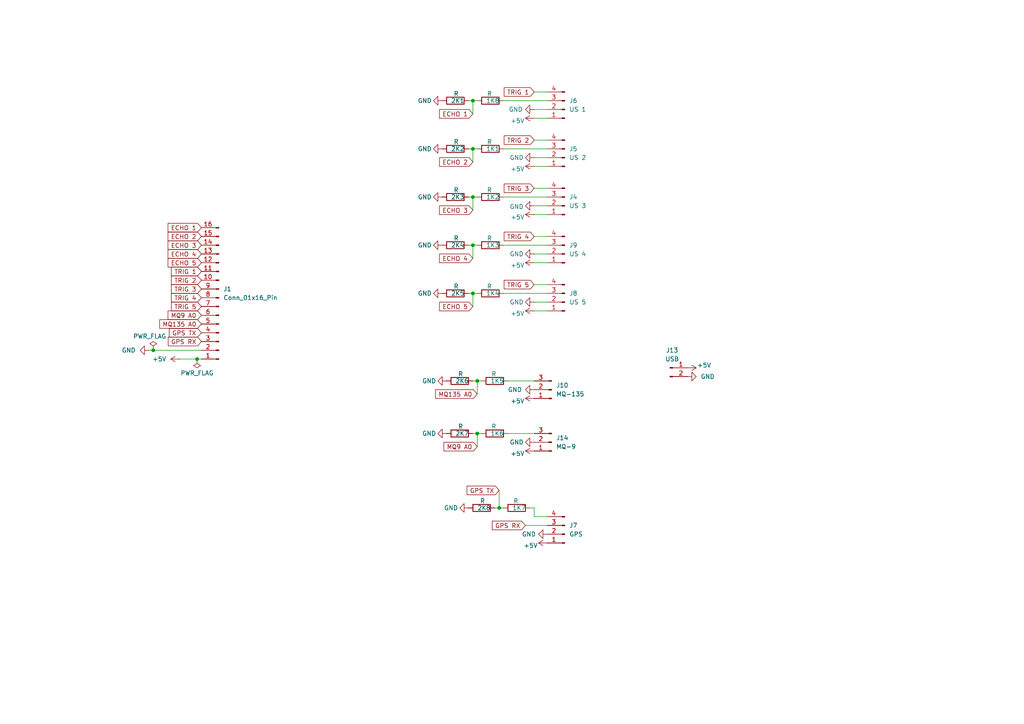
<source format=kicad_sch>
(kicad_sch
	(version 20250114)
	(generator "eeschema")
	(generator_version "9.0")
	(uuid "49cf738c-ac25-4f2c-9b53-1b754fe46df2")
	(paper "A4")
	(lib_symbols
		(symbol "Connector:Conn_01x02_Pin"
			(pin_names
				(offset 1.016)
				(hide yes)
			)
			(exclude_from_sim no)
			(in_bom yes)
			(on_board yes)
			(property "Reference" "J"
				(at 0 2.54 0)
				(effects
					(font
						(size 1.27 1.27)
					)
				)
			)
			(property "Value" "Conn_01x02_Pin"
				(at 0 -5.08 0)
				(effects
					(font
						(size 1.27 1.27)
					)
				)
			)
			(property "Footprint" ""
				(at 0 0 0)
				(effects
					(font
						(size 1.27 1.27)
					)
					(hide yes)
				)
			)
			(property "Datasheet" "~"
				(at 0 0 0)
				(effects
					(font
						(size 1.27 1.27)
					)
					(hide yes)
				)
			)
			(property "Description" "Generic connector, single row, 01x02, script generated"
				(at 0 0 0)
				(effects
					(font
						(size 1.27 1.27)
					)
					(hide yes)
				)
			)
			(property "ki_locked" ""
				(at 0 0 0)
				(effects
					(font
						(size 1.27 1.27)
					)
				)
			)
			(property "ki_keywords" "connector"
				(at 0 0 0)
				(effects
					(font
						(size 1.27 1.27)
					)
					(hide yes)
				)
			)
			(property "ki_fp_filters" "Connector*:*_1x??_*"
				(at 0 0 0)
				(effects
					(font
						(size 1.27 1.27)
					)
					(hide yes)
				)
			)
			(symbol "Conn_01x02_Pin_1_1"
				(rectangle
					(start 0.8636 0.127)
					(end 0 -0.127)
					(stroke
						(width 0.1524)
						(type default)
					)
					(fill
						(type outline)
					)
				)
				(rectangle
					(start 0.8636 -2.413)
					(end 0 -2.667)
					(stroke
						(width 0.1524)
						(type default)
					)
					(fill
						(type outline)
					)
				)
				(polyline
					(pts
						(xy 1.27 0) (xy 0.8636 0)
					)
					(stroke
						(width 0.1524)
						(type default)
					)
					(fill
						(type none)
					)
				)
				(polyline
					(pts
						(xy 1.27 -2.54) (xy 0.8636 -2.54)
					)
					(stroke
						(width 0.1524)
						(type default)
					)
					(fill
						(type none)
					)
				)
				(pin passive line
					(at 5.08 0 180)
					(length 3.81)
					(name "Pin_1"
						(effects
							(font
								(size 1.27 1.27)
							)
						)
					)
					(number "1"
						(effects
							(font
								(size 1.27 1.27)
							)
						)
					)
				)
				(pin passive line
					(at 5.08 -2.54 180)
					(length 3.81)
					(name "Pin_2"
						(effects
							(font
								(size 1.27 1.27)
							)
						)
					)
					(number "2"
						(effects
							(font
								(size 1.27 1.27)
							)
						)
					)
				)
			)
			(embedded_fonts no)
		)
		(symbol "Connector:Conn_01x03_Pin"
			(pin_names
				(offset 1.016)
				(hide yes)
			)
			(exclude_from_sim no)
			(in_bom yes)
			(on_board yes)
			(property "Reference" "J"
				(at 0 5.08 0)
				(effects
					(font
						(size 1.27 1.27)
					)
				)
			)
			(property "Value" "Conn_01x03_Pin"
				(at 0 -5.08 0)
				(effects
					(font
						(size 1.27 1.27)
					)
				)
			)
			(property "Footprint" ""
				(at 0 0 0)
				(effects
					(font
						(size 1.27 1.27)
					)
					(hide yes)
				)
			)
			(property "Datasheet" "~"
				(at 0 0 0)
				(effects
					(font
						(size 1.27 1.27)
					)
					(hide yes)
				)
			)
			(property "Description" "Generic connector, single row, 01x03, script generated"
				(at 0 0 0)
				(effects
					(font
						(size 1.27 1.27)
					)
					(hide yes)
				)
			)
			(property "ki_locked" ""
				(at 0 0 0)
				(effects
					(font
						(size 1.27 1.27)
					)
				)
			)
			(property "ki_keywords" "connector"
				(at 0 0 0)
				(effects
					(font
						(size 1.27 1.27)
					)
					(hide yes)
				)
			)
			(property "ki_fp_filters" "Connector*:*_1x??_*"
				(at 0 0 0)
				(effects
					(font
						(size 1.27 1.27)
					)
					(hide yes)
				)
			)
			(symbol "Conn_01x03_Pin_1_1"
				(rectangle
					(start 0.8636 2.667)
					(end 0 2.413)
					(stroke
						(width 0.1524)
						(type default)
					)
					(fill
						(type outline)
					)
				)
				(rectangle
					(start 0.8636 0.127)
					(end 0 -0.127)
					(stroke
						(width 0.1524)
						(type default)
					)
					(fill
						(type outline)
					)
				)
				(rectangle
					(start 0.8636 -2.413)
					(end 0 -2.667)
					(stroke
						(width 0.1524)
						(type default)
					)
					(fill
						(type outline)
					)
				)
				(polyline
					(pts
						(xy 1.27 2.54) (xy 0.8636 2.54)
					)
					(stroke
						(width 0.1524)
						(type default)
					)
					(fill
						(type none)
					)
				)
				(polyline
					(pts
						(xy 1.27 0) (xy 0.8636 0)
					)
					(stroke
						(width 0.1524)
						(type default)
					)
					(fill
						(type none)
					)
				)
				(polyline
					(pts
						(xy 1.27 -2.54) (xy 0.8636 -2.54)
					)
					(stroke
						(width 0.1524)
						(type default)
					)
					(fill
						(type none)
					)
				)
				(pin passive line
					(at 5.08 2.54 180)
					(length 3.81)
					(name "Pin_1"
						(effects
							(font
								(size 1.27 1.27)
							)
						)
					)
					(number "1"
						(effects
							(font
								(size 1.27 1.27)
							)
						)
					)
				)
				(pin passive line
					(at 5.08 0 180)
					(length 3.81)
					(name "Pin_2"
						(effects
							(font
								(size 1.27 1.27)
							)
						)
					)
					(number "2"
						(effects
							(font
								(size 1.27 1.27)
							)
						)
					)
				)
				(pin passive line
					(at 5.08 -2.54 180)
					(length 3.81)
					(name "Pin_3"
						(effects
							(font
								(size 1.27 1.27)
							)
						)
					)
					(number "3"
						(effects
							(font
								(size 1.27 1.27)
							)
						)
					)
				)
			)
			(embedded_fonts no)
		)
		(symbol "Connector:Conn_01x04_Pin"
			(pin_names
				(offset 1.016)
				(hide yes)
			)
			(exclude_from_sim no)
			(in_bom yes)
			(on_board yes)
			(property "Reference" "J"
				(at 0 5.08 0)
				(effects
					(font
						(size 1.27 1.27)
					)
				)
			)
			(property "Value" "Conn_01x04_Pin"
				(at 0 -7.62 0)
				(effects
					(font
						(size 1.27 1.27)
					)
				)
			)
			(property "Footprint" ""
				(at 0 0 0)
				(effects
					(font
						(size 1.27 1.27)
					)
					(hide yes)
				)
			)
			(property "Datasheet" "~"
				(at 0 0 0)
				(effects
					(font
						(size 1.27 1.27)
					)
					(hide yes)
				)
			)
			(property "Description" "Generic connector, single row, 01x04, script generated"
				(at 0 0 0)
				(effects
					(font
						(size 1.27 1.27)
					)
					(hide yes)
				)
			)
			(property "ki_locked" ""
				(at 0 0 0)
				(effects
					(font
						(size 1.27 1.27)
					)
				)
			)
			(property "ki_keywords" "connector"
				(at 0 0 0)
				(effects
					(font
						(size 1.27 1.27)
					)
					(hide yes)
				)
			)
			(property "ki_fp_filters" "Connector*:*_1x??_*"
				(at 0 0 0)
				(effects
					(font
						(size 1.27 1.27)
					)
					(hide yes)
				)
			)
			(symbol "Conn_01x04_Pin_1_1"
				(rectangle
					(start 0.8636 2.667)
					(end 0 2.413)
					(stroke
						(width 0.1524)
						(type default)
					)
					(fill
						(type outline)
					)
				)
				(rectangle
					(start 0.8636 0.127)
					(end 0 -0.127)
					(stroke
						(width 0.1524)
						(type default)
					)
					(fill
						(type outline)
					)
				)
				(rectangle
					(start 0.8636 -2.413)
					(end 0 -2.667)
					(stroke
						(width 0.1524)
						(type default)
					)
					(fill
						(type outline)
					)
				)
				(rectangle
					(start 0.8636 -4.953)
					(end 0 -5.207)
					(stroke
						(width 0.1524)
						(type default)
					)
					(fill
						(type outline)
					)
				)
				(polyline
					(pts
						(xy 1.27 2.54) (xy 0.8636 2.54)
					)
					(stroke
						(width 0.1524)
						(type default)
					)
					(fill
						(type none)
					)
				)
				(polyline
					(pts
						(xy 1.27 0) (xy 0.8636 0)
					)
					(stroke
						(width 0.1524)
						(type default)
					)
					(fill
						(type none)
					)
				)
				(polyline
					(pts
						(xy 1.27 -2.54) (xy 0.8636 -2.54)
					)
					(stroke
						(width 0.1524)
						(type default)
					)
					(fill
						(type none)
					)
				)
				(polyline
					(pts
						(xy 1.27 -5.08) (xy 0.8636 -5.08)
					)
					(stroke
						(width 0.1524)
						(type default)
					)
					(fill
						(type none)
					)
				)
				(pin passive line
					(at 5.08 2.54 180)
					(length 3.81)
					(name "Pin_1"
						(effects
							(font
								(size 1.27 1.27)
							)
						)
					)
					(number "1"
						(effects
							(font
								(size 1.27 1.27)
							)
						)
					)
				)
				(pin passive line
					(at 5.08 0 180)
					(length 3.81)
					(name "Pin_2"
						(effects
							(font
								(size 1.27 1.27)
							)
						)
					)
					(number "2"
						(effects
							(font
								(size 1.27 1.27)
							)
						)
					)
				)
				(pin passive line
					(at 5.08 -2.54 180)
					(length 3.81)
					(name "Pin_3"
						(effects
							(font
								(size 1.27 1.27)
							)
						)
					)
					(number "3"
						(effects
							(font
								(size 1.27 1.27)
							)
						)
					)
				)
				(pin passive line
					(at 5.08 -5.08 180)
					(length 3.81)
					(name "Pin_4"
						(effects
							(font
								(size 1.27 1.27)
							)
						)
					)
					(number "4"
						(effects
							(font
								(size 1.27 1.27)
							)
						)
					)
				)
			)
			(embedded_fonts no)
		)
		(symbol "Connector:Conn_01x16_Pin"
			(pin_names
				(offset 1.016)
				(hide yes)
			)
			(exclude_from_sim no)
			(in_bom yes)
			(on_board yes)
			(property "Reference" "J"
				(at 0 20.32 0)
				(effects
					(font
						(size 1.27 1.27)
					)
				)
			)
			(property "Value" "Conn_01x16_Pin"
				(at 0 -22.86 0)
				(effects
					(font
						(size 1.27 1.27)
					)
				)
			)
			(property "Footprint" ""
				(at 0 0 0)
				(effects
					(font
						(size 1.27 1.27)
					)
					(hide yes)
				)
			)
			(property "Datasheet" "~"
				(at 0 0 0)
				(effects
					(font
						(size 1.27 1.27)
					)
					(hide yes)
				)
			)
			(property "Description" "Generic connector, single row, 01x16, script generated"
				(at 0 0 0)
				(effects
					(font
						(size 1.27 1.27)
					)
					(hide yes)
				)
			)
			(property "ki_locked" ""
				(at 0 0 0)
				(effects
					(font
						(size 1.27 1.27)
					)
				)
			)
			(property "ki_keywords" "connector"
				(at 0 0 0)
				(effects
					(font
						(size 1.27 1.27)
					)
					(hide yes)
				)
			)
			(property "ki_fp_filters" "Connector*:*_1x??_*"
				(at 0 0 0)
				(effects
					(font
						(size 1.27 1.27)
					)
					(hide yes)
				)
			)
			(symbol "Conn_01x16_Pin_1_1"
				(rectangle
					(start 0.8636 17.907)
					(end 0 17.653)
					(stroke
						(width 0.1524)
						(type default)
					)
					(fill
						(type outline)
					)
				)
				(rectangle
					(start 0.8636 15.367)
					(end 0 15.113)
					(stroke
						(width 0.1524)
						(type default)
					)
					(fill
						(type outline)
					)
				)
				(rectangle
					(start 0.8636 12.827)
					(end 0 12.573)
					(stroke
						(width 0.1524)
						(type default)
					)
					(fill
						(type outline)
					)
				)
				(rectangle
					(start 0.8636 10.287)
					(end 0 10.033)
					(stroke
						(width 0.1524)
						(type default)
					)
					(fill
						(type outline)
					)
				)
				(rectangle
					(start 0.8636 7.747)
					(end 0 7.493)
					(stroke
						(width 0.1524)
						(type default)
					)
					(fill
						(type outline)
					)
				)
				(rectangle
					(start 0.8636 5.207)
					(end 0 4.953)
					(stroke
						(width 0.1524)
						(type default)
					)
					(fill
						(type outline)
					)
				)
				(rectangle
					(start 0.8636 2.667)
					(end 0 2.413)
					(stroke
						(width 0.1524)
						(type default)
					)
					(fill
						(type outline)
					)
				)
				(rectangle
					(start 0.8636 0.127)
					(end 0 -0.127)
					(stroke
						(width 0.1524)
						(type default)
					)
					(fill
						(type outline)
					)
				)
				(rectangle
					(start 0.8636 -2.413)
					(end 0 -2.667)
					(stroke
						(width 0.1524)
						(type default)
					)
					(fill
						(type outline)
					)
				)
				(rectangle
					(start 0.8636 -4.953)
					(end 0 -5.207)
					(stroke
						(width 0.1524)
						(type default)
					)
					(fill
						(type outline)
					)
				)
				(rectangle
					(start 0.8636 -7.493)
					(end 0 -7.747)
					(stroke
						(width 0.1524)
						(type default)
					)
					(fill
						(type outline)
					)
				)
				(rectangle
					(start 0.8636 -10.033)
					(end 0 -10.287)
					(stroke
						(width 0.1524)
						(type default)
					)
					(fill
						(type outline)
					)
				)
				(rectangle
					(start 0.8636 -12.573)
					(end 0 -12.827)
					(stroke
						(width 0.1524)
						(type default)
					)
					(fill
						(type outline)
					)
				)
				(rectangle
					(start 0.8636 -15.113)
					(end 0 -15.367)
					(stroke
						(width 0.1524)
						(type default)
					)
					(fill
						(type outline)
					)
				)
				(rectangle
					(start 0.8636 -17.653)
					(end 0 -17.907)
					(stroke
						(width 0.1524)
						(type default)
					)
					(fill
						(type outline)
					)
				)
				(rectangle
					(start 0.8636 -20.193)
					(end 0 -20.447)
					(stroke
						(width 0.1524)
						(type default)
					)
					(fill
						(type outline)
					)
				)
				(polyline
					(pts
						(xy 1.27 17.78) (xy 0.8636 17.78)
					)
					(stroke
						(width 0.1524)
						(type default)
					)
					(fill
						(type none)
					)
				)
				(polyline
					(pts
						(xy 1.27 15.24) (xy 0.8636 15.24)
					)
					(stroke
						(width 0.1524)
						(type default)
					)
					(fill
						(type none)
					)
				)
				(polyline
					(pts
						(xy 1.27 12.7) (xy 0.8636 12.7)
					)
					(stroke
						(width 0.1524)
						(type default)
					)
					(fill
						(type none)
					)
				)
				(polyline
					(pts
						(xy 1.27 10.16) (xy 0.8636 10.16)
					)
					(stroke
						(width 0.1524)
						(type default)
					)
					(fill
						(type none)
					)
				)
				(polyline
					(pts
						(xy 1.27 7.62) (xy 0.8636 7.62)
					)
					(stroke
						(width 0.1524)
						(type default)
					)
					(fill
						(type none)
					)
				)
				(polyline
					(pts
						(xy 1.27 5.08) (xy 0.8636 5.08)
					)
					(stroke
						(width 0.1524)
						(type default)
					)
					(fill
						(type none)
					)
				)
				(polyline
					(pts
						(xy 1.27 2.54) (xy 0.8636 2.54)
					)
					(stroke
						(width 0.1524)
						(type default)
					)
					(fill
						(type none)
					)
				)
				(polyline
					(pts
						(xy 1.27 0) (xy 0.8636 0)
					)
					(stroke
						(width 0.1524)
						(type default)
					)
					(fill
						(type none)
					)
				)
				(polyline
					(pts
						(xy 1.27 -2.54) (xy 0.8636 -2.54)
					)
					(stroke
						(width 0.1524)
						(type default)
					)
					(fill
						(type none)
					)
				)
				(polyline
					(pts
						(xy 1.27 -5.08) (xy 0.8636 -5.08)
					)
					(stroke
						(width 0.1524)
						(type default)
					)
					(fill
						(type none)
					)
				)
				(polyline
					(pts
						(xy 1.27 -7.62) (xy 0.8636 -7.62)
					)
					(stroke
						(width 0.1524)
						(type default)
					)
					(fill
						(type none)
					)
				)
				(polyline
					(pts
						(xy 1.27 -10.16) (xy 0.8636 -10.16)
					)
					(stroke
						(width 0.1524)
						(type default)
					)
					(fill
						(type none)
					)
				)
				(polyline
					(pts
						(xy 1.27 -12.7) (xy 0.8636 -12.7)
					)
					(stroke
						(width 0.1524)
						(type default)
					)
					(fill
						(type none)
					)
				)
				(polyline
					(pts
						(xy 1.27 -15.24) (xy 0.8636 -15.24)
					)
					(stroke
						(width 0.1524)
						(type default)
					)
					(fill
						(type none)
					)
				)
				(polyline
					(pts
						(xy 1.27 -17.78) (xy 0.8636 -17.78)
					)
					(stroke
						(width 0.1524)
						(type default)
					)
					(fill
						(type none)
					)
				)
				(polyline
					(pts
						(xy 1.27 -20.32) (xy 0.8636 -20.32)
					)
					(stroke
						(width 0.1524)
						(type default)
					)
					(fill
						(type none)
					)
				)
				(pin passive line
					(at 5.08 17.78 180)
					(length 3.81)
					(name "Pin_1"
						(effects
							(font
								(size 1.27 1.27)
							)
						)
					)
					(number "1"
						(effects
							(font
								(size 1.27 1.27)
							)
						)
					)
				)
				(pin passive line
					(at 5.08 15.24 180)
					(length 3.81)
					(name "Pin_2"
						(effects
							(font
								(size 1.27 1.27)
							)
						)
					)
					(number "2"
						(effects
							(font
								(size 1.27 1.27)
							)
						)
					)
				)
				(pin passive line
					(at 5.08 12.7 180)
					(length 3.81)
					(name "Pin_3"
						(effects
							(font
								(size 1.27 1.27)
							)
						)
					)
					(number "3"
						(effects
							(font
								(size 1.27 1.27)
							)
						)
					)
				)
				(pin passive line
					(at 5.08 10.16 180)
					(length 3.81)
					(name "Pin_4"
						(effects
							(font
								(size 1.27 1.27)
							)
						)
					)
					(number "4"
						(effects
							(font
								(size 1.27 1.27)
							)
						)
					)
				)
				(pin passive line
					(at 5.08 7.62 180)
					(length 3.81)
					(name "Pin_5"
						(effects
							(font
								(size 1.27 1.27)
							)
						)
					)
					(number "5"
						(effects
							(font
								(size 1.27 1.27)
							)
						)
					)
				)
				(pin passive line
					(at 5.08 5.08 180)
					(length 3.81)
					(name "Pin_6"
						(effects
							(font
								(size 1.27 1.27)
							)
						)
					)
					(number "6"
						(effects
							(font
								(size 1.27 1.27)
							)
						)
					)
				)
				(pin passive line
					(at 5.08 2.54 180)
					(length 3.81)
					(name "Pin_7"
						(effects
							(font
								(size 1.27 1.27)
							)
						)
					)
					(number "7"
						(effects
							(font
								(size 1.27 1.27)
							)
						)
					)
				)
				(pin passive line
					(at 5.08 0 180)
					(length 3.81)
					(name "Pin_8"
						(effects
							(font
								(size 1.27 1.27)
							)
						)
					)
					(number "8"
						(effects
							(font
								(size 1.27 1.27)
							)
						)
					)
				)
				(pin passive line
					(at 5.08 -2.54 180)
					(length 3.81)
					(name "Pin_9"
						(effects
							(font
								(size 1.27 1.27)
							)
						)
					)
					(number "9"
						(effects
							(font
								(size 1.27 1.27)
							)
						)
					)
				)
				(pin passive line
					(at 5.08 -5.08 180)
					(length 3.81)
					(name "Pin_10"
						(effects
							(font
								(size 1.27 1.27)
							)
						)
					)
					(number "10"
						(effects
							(font
								(size 1.27 1.27)
							)
						)
					)
				)
				(pin passive line
					(at 5.08 -7.62 180)
					(length 3.81)
					(name "Pin_11"
						(effects
							(font
								(size 1.27 1.27)
							)
						)
					)
					(number "11"
						(effects
							(font
								(size 1.27 1.27)
							)
						)
					)
				)
				(pin passive line
					(at 5.08 -10.16 180)
					(length 3.81)
					(name "Pin_12"
						(effects
							(font
								(size 1.27 1.27)
							)
						)
					)
					(number "12"
						(effects
							(font
								(size 1.27 1.27)
							)
						)
					)
				)
				(pin passive line
					(at 5.08 -12.7 180)
					(length 3.81)
					(name "Pin_13"
						(effects
							(font
								(size 1.27 1.27)
							)
						)
					)
					(number "13"
						(effects
							(font
								(size 1.27 1.27)
							)
						)
					)
				)
				(pin passive line
					(at 5.08 -15.24 180)
					(length 3.81)
					(name "Pin_14"
						(effects
							(font
								(size 1.27 1.27)
							)
						)
					)
					(number "14"
						(effects
							(font
								(size 1.27 1.27)
							)
						)
					)
				)
				(pin passive line
					(at 5.08 -17.78 180)
					(length 3.81)
					(name "Pin_15"
						(effects
							(font
								(size 1.27 1.27)
							)
						)
					)
					(number "15"
						(effects
							(font
								(size 1.27 1.27)
							)
						)
					)
				)
				(pin passive line
					(at 5.08 -20.32 180)
					(length 3.81)
					(name "Pin_16"
						(effects
							(font
								(size 1.27 1.27)
							)
						)
					)
					(number "16"
						(effects
							(font
								(size 1.27 1.27)
							)
						)
					)
				)
			)
			(embedded_fonts no)
		)
		(symbol "Device:R"
			(pin_numbers
				(hide yes)
			)
			(pin_names
				(offset 0)
			)
			(exclude_from_sim no)
			(in_bom yes)
			(on_board yes)
			(property "Reference" "R"
				(at 2.032 0 90)
				(effects
					(font
						(size 1.27 1.27)
					)
				)
			)
			(property "Value" "R"
				(at 0 0 90)
				(effects
					(font
						(size 1.27 1.27)
					)
				)
			)
			(property "Footprint" ""
				(at -1.778 0 90)
				(effects
					(font
						(size 1.27 1.27)
					)
					(hide yes)
				)
			)
			(property "Datasheet" "~"
				(at 0 0 0)
				(effects
					(font
						(size 1.27 1.27)
					)
					(hide yes)
				)
			)
			(property "Description" "Resistor"
				(at 0 0 0)
				(effects
					(font
						(size 1.27 1.27)
					)
					(hide yes)
				)
			)
			(property "ki_keywords" "R res resistor"
				(at 0 0 0)
				(effects
					(font
						(size 1.27 1.27)
					)
					(hide yes)
				)
			)
			(property "ki_fp_filters" "R_*"
				(at 0 0 0)
				(effects
					(font
						(size 1.27 1.27)
					)
					(hide yes)
				)
			)
			(symbol "R_0_1"
				(rectangle
					(start -1.016 -2.54)
					(end 1.016 2.54)
					(stroke
						(width 0.254)
						(type default)
					)
					(fill
						(type none)
					)
				)
			)
			(symbol "R_1_1"
				(pin passive line
					(at 0 3.81 270)
					(length 1.27)
					(name "~"
						(effects
							(font
								(size 1.27 1.27)
							)
						)
					)
					(number "1"
						(effects
							(font
								(size 1.27 1.27)
							)
						)
					)
				)
				(pin passive line
					(at 0 -3.81 90)
					(length 1.27)
					(name "~"
						(effects
							(font
								(size 1.27 1.27)
							)
						)
					)
					(number "2"
						(effects
							(font
								(size 1.27 1.27)
							)
						)
					)
				)
			)
			(embedded_fonts no)
		)
		(symbol "power:+5V"
			(power)
			(pin_numbers
				(hide yes)
			)
			(pin_names
				(offset 0)
				(hide yes)
			)
			(exclude_from_sim no)
			(in_bom yes)
			(on_board yes)
			(property "Reference" "#PWR"
				(at 0 -3.81 0)
				(effects
					(font
						(size 1.27 1.27)
					)
					(hide yes)
				)
			)
			(property "Value" "+5V"
				(at 0 3.556 0)
				(effects
					(font
						(size 1.27 1.27)
					)
				)
			)
			(property "Footprint" ""
				(at 0 0 0)
				(effects
					(font
						(size 1.27 1.27)
					)
					(hide yes)
				)
			)
			(property "Datasheet" ""
				(at 0 0 0)
				(effects
					(font
						(size 1.27 1.27)
					)
					(hide yes)
				)
			)
			(property "Description" "Power symbol creates a global label with name \"+5V\""
				(at 0 0 0)
				(effects
					(font
						(size 1.27 1.27)
					)
					(hide yes)
				)
			)
			(property "ki_keywords" "global power"
				(at 0 0 0)
				(effects
					(font
						(size 1.27 1.27)
					)
					(hide yes)
				)
			)
			(symbol "+5V_0_1"
				(polyline
					(pts
						(xy -0.762 1.27) (xy 0 2.54)
					)
					(stroke
						(width 0)
						(type default)
					)
					(fill
						(type none)
					)
				)
				(polyline
					(pts
						(xy 0 2.54) (xy 0.762 1.27)
					)
					(stroke
						(width 0)
						(type default)
					)
					(fill
						(type none)
					)
				)
				(polyline
					(pts
						(xy 0 0) (xy 0 2.54)
					)
					(stroke
						(width 0)
						(type default)
					)
					(fill
						(type none)
					)
				)
			)
			(symbol "+5V_1_1"
				(pin power_in line
					(at 0 0 90)
					(length 0)
					(name "~"
						(effects
							(font
								(size 1.27 1.27)
							)
						)
					)
					(number "1"
						(effects
							(font
								(size 1.27 1.27)
							)
						)
					)
				)
			)
			(embedded_fonts no)
		)
		(symbol "power:GND"
			(power)
			(pin_numbers
				(hide yes)
			)
			(pin_names
				(offset 0)
				(hide yes)
			)
			(exclude_from_sim no)
			(in_bom yes)
			(on_board yes)
			(property "Reference" "#PWR"
				(at 0 -6.35 0)
				(effects
					(font
						(size 1.27 1.27)
					)
					(hide yes)
				)
			)
			(property "Value" "GND"
				(at 0 -3.81 0)
				(effects
					(font
						(size 1.27 1.27)
					)
				)
			)
			(property "Footprint" ""
				(at 0 0 0)
				(effects
					(font
						(size 1.27 1.27)
					)
					(hide yes)
				)
			)
			(property "Datasheet" ""
				(at 0 0 0)
				(effects
					(font
						(size 1.27 1.27)
					)
					(hide yes)
				)
			)
			(property "Description" "Power symbol creates a global label with name \"GND\" , ground"
				(at 0 0 0)
				(effects
					(font
						(size 1.27 1.27)
					)
					(hide yes)
				)
			)
			(property "ki_keywords" "global power"
				(at 0 0 0)
				(effects
					(font
						(size 1.27 1.27)
					)
					(hide yes)
				)
			)
			(symbol "GND_0_1"
				(polyline
					(pts
						(xy 0 0) (xy 0 -1.27) (xy 1.27 -1.27) (xy 0 -2.54) (xy -1.27 -1.27) (xy 0 -1.27)
					)
					(stroke
						(width 0)
						(type default)
					)
					(fill
						(type none)
					)
				)
			)
			(symbol "GND_1_1"
				(pin power_in line
					(at 0 0 270)
					(length 0)
					(name "~"
						(effects
							(font
								(size 1.27 1.27)
							)
						)
					)
					(number "1"
						(effects
							(font
								(size 1.27 1.27)
							)
						)
					)
				)
			)
			(embedded_fonts no)
		)
		(symbol "power:PWR_FLAG"
			(power)
			(pin_numbers
				(hide yes)
			)
			(pin_names
				(offset 0)
				(hide yes)
			)
			(exclude_from_sim no)
			(in_bom yes)
			(on_board yes)
			(property "Reference" "#FLG"
				(at 0 1.905 0)
				(effects
					(font
						(size 1.27 1.27)
					)
					(hide yes)
				)
			)
			(property "Value" "PWR_FLAG"
				(at 0 3.81 0)
				(effects
					(font
						(size 1.27 1.27)
					)
				)
			)
			(property "Footprint" ""
				(at 0 0 0)
				(effects
					(font
						(size 1.27 1.27)
					)
					(hide yes)
				)
			)
			(property "Datasheet" "~"
				(at 0 0 0)
				(effects
					(font
						(size 1.27 1.27)
					)
					(hide yes)
				)
			)
			(property "Description" "Special symbol for telling ERC where power comes from"
				(at 0 0 0)
				(effects
					(font
						(size 1.27 1.27)
					)
					(hide yes)
				)
			)
			(property "ki_keywords" "flag power"
				(at 0 0 0)
				(effects
					(font
						(size 1.27 1.27)
					)
					(hide yes)
				)
			)
			(symbol "PWR_FLAG_0_0"
				(pin power_out line
					(at 0 0 90)
					(length 0)
					(name "~"
						(effects
							(font
								(size 1.27 1.27)
							)
						)
					)
					(number "1"
						(effects
							(font
								(size 1.27 1.27)
							)
						)
					)
				)
			)
			(symbol "PWR_FLAG_0_1"
				(polyline
					(pts
						(xy 0 0) (xy 0 1.27) (xy -1.016 1.905) (xy 0 2.54) (xy 1.016 1.905) (xy 0 1.27)
					)
					(stroke
						(width 0)
						(type default)
					)
					(fill
						(type none)
					)
				)
			)
			(embedded_fonts no)
		)
	)
	(junction
		(at 44.45 101.6)
		(diameter 0)
		(color 0 0 0 0)
		(uuid "19764236-256d-46b7-8253-8d9fa0c8d749")
	)
	(junction
		(at 137.16 29.21)
		(diameter 0)
		(color 0 0 0 0)
		(uuid "4b1ac49f-9fc6-42db-878c-ddeea4be39fc")
	)
	(junction
		(at 137.16 43.18)
		(diameter 0)
		(color 0 0 0 0)
		(uuid "51e4d8f5-6c43-4ceb-a6f8-6769a66abffb")
	)
	(junction
		(at 138.43 125.73)
		(diameter 0)
		(color 0 0 0 0)
		(uuid "60a0b120-9908-4f27-b874-515a0b345205")
	)
	(junction
		(at 137.16 57.15)
		(diameter 0)
		(color 0 0 0 0)
		(uuid "91960f86-b196-4f80-b465-ef51b631af18")
	)
	(junction
		(at 144.78 147.32)
		(diameter 0)
		(color 0 0 0 0)
		(uuid "9d9661b0-d21c-45a5-9adb-eb1d157f27eb")
	)
	(junction
		(at 137.16 85.09)
		(diameter 0)
		(color 0 0 0 0)
		(uuid "b00a8531-35af-4321-b518-12dcc4dc2393")
	)
	(junction
		(at 137.16 71.12)
		(diameter 0)
		(color 0 0 0 0)
		(uuid "c01868aa-216b-4014-85fb-f189eba7688e")
	)
	(junction
		(at 57.15 104.14)
		(diameter 0)
		(color 0 0 0 0)
		(uuid "ebc78c83-a154-41a3-b0f7-ba4460c84c79")
	)
	(junction
		(at 138.43 110.49)
		(diameter 0)
		(color 0 0 0 0)
		(uuid "f1cd691c-1fac-4030-87aa-85c068254072")
	)
	(wire
		(pts
			(xy 144.78 147.32) (xy 144.78 142.24)
		)
		(stroke
			(width 0)
			(type default)
		)
		(uuid "08005045-bf27-470f-8aeb-4edfd6581d58")
	)
	(wire
		(pts
			(xy 137.16 43.18) (xy 135.89 43.18)
		)
		(stroke
			(width 0)
			(type default)
		)
		(uuid "08602395-0249-4f7c-8449-09dfa4a5b473")
	)
	(wire
		(pts
			(xy 137.16 125.73) (xy 138.43 125.73)
		)
		(stroke
			(width 0)
			(type default)
		)
		(uuid "09477d47-1e59-4b46-88e0-3f578d927b7c")
	)
	(wire
		(pts
			(xy 137.16 57.15) (xy 135.89 57.15)
		)
		(stroke
			(width 0)
			(type default)
		)
		(uuid "0b2443e1-5739-4709-8a5f-4fe2ab2d23ca")
	)
	(wire
		(pts
			(xy 137.16 57.15) (xy 137.16 60.96)
		)
		(stroke
			(width 0)
			(type default)
		)
		(uuid "173e94a9-3c2f-4135-8db9-a6b6fbbccee2")
	)
	(wire
		(pts
			(xy 146.05 85.09) (xy 158.75 85.09)
		)
		(stroke
			(width 0)
			(type default)
		)
		(uuid "17f7f02c-afd7-4861-8fbf-86f7c3b598b4")
	)
	(wire
		(pts
			(xy 158.75 48.26) (xy 154.94 48.26)
		)
		(stroke
			(width 0)
			(type default)
		)
		(uuid "1dc32875-fbda-4e78-a1eb-fae8c86e78df")
	)
	(wire
		(pts
			(xy 158.75 59.69) (xy 154.94 59.69)
		)
		(stroke
			(width 0)
			(type default)
		)
		(uuid "1dd066bd-cb25-48f3-9cae-30f732742d8f")
	)
	(wire
		(pts
			(xy 138.43 110.49) (xy 138.43 114.3)
		)
		(stroke
			(width 0)
			(type default)
		)
		(uuid "34b42b9d-8daa-481a-82ab-a469b6f212d3")
	)
	(wire
		(pts
			(xy 158.75 40.64) (xy 154.94 40.64)
		)
		(stroke
			(width 0)
			(type default)
		)
		(uuid "35e2e1c1-b0e8-4fc9-ba99-ad94d1b9f223")
	)
	(wire
		(pts
			(xy 138.43 29.21) (xy 137.16 29.21)
		)
		(stroke
			(width 0)
			(type default)
		)
		(uuid "3c210f41-d216-4ed9-beb3-ffb1017df54d")
	)
	(wire
		(pts
			(xy 158.75 62.23) (xy 154.94 62.23)
		)
		(stroke
			(width 0)
			(type default)
		)
		(uuid "459be65b-ffc7-43e6-9751-e486c6466e0d")
	)
	(wire
		(pts
			(xy 146.05 57.15) (xy 158.75 57.15)
		)
		(stroke
			(width 0)
			(type default)
		)
		(uuid "499b268d-ffff-4f10-a014-f67b282b4956")
	)
	(wire
		(pts
			(xy 153.67 147.32) (xy 154.94 147.32)
		)
		(stroke
			(width 0)
			(type default)
		)
		(uuid "4b395edb-a7c6-40c3-96b1-9ed2caf88120")
	)
	(wire
		(pts
			(xy 44.45 101.6) (xy 58.42 101.6)
		)
		(stroke
			(width 0)
			(type default)
		)
		(uuid "4b931e1c-bfa9-49d1-b6a9-4885909fe9fe")
	)
	(wire
		(pts
			(xy 158.75 31.75) (xy 154.94 31.75)
		)
		(stroke
			(width 0)
			(type default)
		)
		(uuid "4d45ff8e-a40a-49c9-bcae-dc2119571227")
	)
	(wire
		(pts
			(xy 143.51 147.32) (xy 144.78 147.32)
		)
		(stroke
			(width 0)
			(type default)
		)
		(uuid "50de06f3-4f59-4144-9b78-ed419fa3353f")
	)
	(wire
		(pts
			(xy 158.75 54.61) (xy 154.94 54.61)
		)
		(stroke
			(width 0)
			(type default)
		)
		(uuid "52c8218f-6019-41ff-ad41-7addcbf2c68a")
	)
	(wire
		(pts
			(xy 158.75 73.66) (xy 154.94 73.66)
		)
		(stroke
			(width 0)
			(type default)
		)
		(uuid "53087cc5-eb63-4082-9a24-28ed9f1324fd")
	)
	(wire
		(pts
			(xy 144.78 147.32) (xy 146.05 147.32)
		)
		(stroke
			(width 0)
			(type default)
		)
		(uuid "55c16e95-aac6-45d4-b404-a3f8ec2b1fdb")
	)
	(wire
		(pts
			(xy 154.94 149.86) (xy 158.75 149.86)
		)
		(stroke
			(width 0)
			(type default)
		)
		(uuid "5be13d9d-7d1a-48f4-8aa8-c1e4de5281bd")
	)
	(wire
		(pts
			(xy 152.4 152.4) (xy 158.75 152.4)
		)
		(stroke
			(width 0)
			(type default)
		)
		(uuid "5e4122b2-0164-452d-8d2e-65e1e81fd693")
	)
	(wire
		(pts
			(xy 158.75 87.63) (xy 154.94 87.63)
		)
		(stroke
			(width 0)
			(type default)
		)
		(uuid "629fde73-6a61-48a3-a559-413cf0d6534e")
	)
	(wire
		(pts
			(xy 138.43 125.73) (xy 138.43 129.54)
		)
		(stroke
			(width 0)
			(type default)
		)
		(uuid "6d6b7b3f-61bb-4426-a0e6-e39f731f3d99")
	)
	(wire
		(pts
			(xy 158.75 82.55) (xy 154.94 82.55)
		)
		(stroke
			(width 0)
			(type default)
		)
		(uuid "747d1b0d-77b6-4870-98f8-89113473b6f8")
	)
	(wire
		(pts
			(xy 137.16 29.21) (xy 135.89 29.21)
		)
		(stroke
			(width 0)
			(type default)
		)
		(uuid "77206b16-bed3-45ad-8ef0-2a10dbd4b9f5")
	)
	(wire
		(pts
			(xy 146.05 29.21) (xy 158.75 29.21)
		)
		(stroke
			(width 0)
			(type default)
		)
		(uuid "77bb114a-3551-48e6-88b3-231e689d7788")
	)
	(wire
		(pts
			(xy 137.16 110.49) (xy 138.43 110.49)
		)
		(stroke
			(width 0)
			(type default)
		)
		(uuid "7d7b6395-5988-4a16-ae61-65b634ea1446")
	)
	(wire
		(pts
			(xy 147.32 125.73) (xy 154.94 125.73)
		)
		(stroke
			(width 0)
			(type default)
		)
		(uuid "80892fc5-ffa0-4c00-8a0d-d228612149dd")
	)
	(wire
		(pts
			(xy 137.16 85.09) (xy 137.16 88.9)
		)
		(stroke
			(width 0)
			(type default)
		)
		(uuid "82beb07a-edc4-4275-b521-3b3d999395db")
	)
	(wire
		(pts
			(xy 158.75 90.17) (xy 154.94 90.17)
		)
		(stroke
			(width 0)
			(type default)
		)
		(uuid "83acf89d-5794-4bf4-a7da-7adb6945c7d7")
	)
	(wire
		(pts
			(xy 137.16 29.21) (xy 137.16 33.02)
		)
		(stroke
			(width 0)
			(type default)
		)
		(uuid "8cf10b5d-59bf-4408-bf3e-9db49bbaffbe")
	)
	(wire
		(pts
			(xy 154.94 147.32) (xy 154.94 149.86)
		)
		(stroke
			(width 0)
			(type default)
		)
		(uuid "90e28c3c-76d5-41f1-ae98-c33305bab950")
	)
	(wire
		(pts
			(xy 158.75 45.72) (xy 154.94 45.72)
		)
		(stroke
			(width 0)
			(type default)
		)
		(uuid "9a051334-857e-4d6d-bd18-9d44a6f0681c")
	)
	(wire
		(pts
			(xy 138.43 43.18) (xy 137.16 43.18)
		)
		(stroke
			(width 0)
			(type default)
		)
		(uuid "a5b0ab46-e3e9-45c4-8947-3d1ccc9fea4d")
	)
	(wire
		(pts
			(xy 138.43 85.09) (xy 137.16 85.09)
		)
		(stroke
			(width 0)
			(type default)
		)
		(uuid "ab605c09-6a9a-4124-a1c8-356410f18855")
	)
	(wire
		(pts
			(xy 138.43 110.49) (xy 139.7 110.49)
		)
		(stroke
			(width 0)
			(type default)
		)
		(uuid "b5e02571-c760-4fb0-9456-faf44cb07f6f")
	)
	(wire
		(pts
			(xy 137.16 43.18) (xy 137.16 46.99)
		)
		(stroke
			(width 0)
			(type default)
		)
		(uuid "b5fc1591-dba7-49f1-b95d-821920b8b8d0")
	)
	(wire
		(pts
			(xy 146.05 71.12) (xy 158.75 71.12)
		)
		(stroke
			(width 0)
			(type default)
		)
		(uuid "b682aaf4-45d3-428e-802c-ddf2582afe77")
	)
	(wire
		(pts
			(xy 147.32 110.49) (xy 154.94 110.49)
		)
		(stroke
			(width 0)
			(type default)
		)
		(uuid "b73a7ef4-dcdf-4397-9067-f3d24a2a373a")
	)
	(wire
		(pts
			(xy 52.07 104.14) (xy 57.15 104.14)
		)
		(stroke
			(width 0)
			(type default)
		)
		(uuid "c0730d9a-7413-4d32-9134-2a1074c4111b")
	)
	(wire
		(pts
			(xy 137.16 71.12) (xy 135.89 71.12)
		)
		(stroke
			(width 0)
			(type default)
		)
		(uuid "c6eac010-da92-4fac-81c0-c48ac24206c3")
	)
	(wire
		(pts
			(xy 158.75 68.58) (xy 154.94 68.58)
		)
		(stroke
			(width 0)
			(type default)
		)
		(uuid "d6608554-839c-4a3f-b315-5761b1e67987")
	)
	(wire
		(pts
			(xy 138.43 71.12) (xy 137.16 71.12)
		)
		(stroke
			(width 0)
			(type default)
		)
		(uuid "da4a025e-20b8-47bf-aa54-eb249239c3da")
	)
	(wire
		(pts
			(xy 158.75 26.67) (xy 154.94 26.67)
		)
		(stroke
			(width 0)
			(type default)
		)
		(uuid "dd480a3a-6241-4755-83e5-9641cebead31")
	)
	(wire
		(pts
			(xy 57.15 104.14) (xy 58.42 104.14)
		)
		(stroke
			(width 0)
			(type default)
		)
		(uuid "dd6ee1a4-2963-4793-86db-d09fe581abe3")
	)
	(wire
		(pts
			(xy 158.75 76.2) (xy 154.94 76.2)
		)
		(stroke
			(width 0)
			(type default)
		)
		(uuid "e342d9e7-65a3-452d-a090-da3948dc1b47")
	)
	(wire
		(pts
			(xy 137.16 71.12) (xy 137.16 74.93)
		)
		(stroke
			(width 0)
			(type default)
		)
		(uuid "e5caa9b1-4c31-4870-8b23-909a8d9e54d5")
	)
	(wire
		(pts
			(xy 146.05 43.18) (xy 158.75 43.18)
		)
		(stroke
			(width 0)
			(type default)
		)
		(uuid "e9719b57-04d8-4294-815a-e81fec3d6112")
	)
	(wire
		(pts
			(xy 158.75 34.29) (xy 154.94 34.29)
		)
		(stroke
			(width 0)
			(type default)
		)
		(uuid "ee813c1a-d53a-448a-8358-7b175fb9a1ba")
	)
	(wire
		(pts
			(xy 43.18 101.6) (xy 44.45 101.6)
		)
		(stroke
			(width 0)
			(type default)
		)
		(uuid "f195c8b5-a17e-42ae-bf68-9a14cd6d02aa")
	)
	(wire
		(pts
			(xy 138.43 57.15) (xy 137.16 57.15)
		)
		(stroke
			(width 0)
			(type default)
		)
		(uuid "f78ce585-a203-4ea0-9dd1-bf79d1a6bf3f")
	)
	(wire
		(pts
			(xy 137.16 85.09) (xy 135.89 85.09)
		)
		(stroke
			(width 0)
			(type default)
		)
		(uuid "fc796e29-28b5-410d-b0d1-1485e72a7ba1")
	)
	(wire
		(pts
			(xy 138.43 125.73) (xy 139.7 125.73)
		)
		(stroke
			(width 0)
			(type default)
		)
		(uuid "ff424802-967b-4fdb-acd0-07a51bc16bd5")
	)
	(global_label "GPS RX"
		(shape input)
		(at 152.4 152.4 180)
		(fields_autoplaced yes)
		(effects
			(font
				(size 1.27 1.27)
			)
			(justify right)
		)
		(uuid "01a503c7-2491-4bea-b0d4-af2f01b01260")
		(property "Intersheetrefs" "${INTERSHEET_REFS}"
			(at 142.2182 152.4 0)
			(effects
				(font
					(size 1.27 1.27)
				)
				(justify right)
				(hide yes)
			)
		)
	)
	(global_label "TRIG 3"
		(shape input)
		(at 58.42 83.82 180)
		(fields_autoplaced yes)
		(effects
			(font
				(size 1.27 1.27)
			)
			(justify right)
		)
		(uuid "111205c3-8bd8-4e65-a6dc-3a587b507044")
		(property "Intersheetrefs" "${INTERSHEET_REFS}"
			(at 49.1453 83.82 0)
			(effects
				(font
					(size 1.27 1.27)
				)
				(justify right)
				(hide yes)
			)
		)
	)
	(global_label "ECHO 5"
		(shape input)
		(at 137.16 88.9 180)
		(fields_autoplaced yes)
		(effects
			(font
				(size 1.27 1.27)
			)
			(justify right)
		)
		(uuid "14a35cc8-ade0-4815-961b-48bb8cde57bc")
		(property "Intersheetrefs" "${INTERSHEET_REFS}"
			(at 126.9177 88.9 0)
			(effects
				(font
					(size 1.27 1.27)
				)
				(justify right)
				(hide yes)
			)
		)
	)
	(global_label "MQ9 A0"
		(shape input)
		(at 138.43 129.54 180)
		(fields_autoplaced yes)
		(effects
			(font
				(size 1.27 1.27)
			)
			(justify right)
		)
		(uuid "17d83d10-2b7b-4ff2-b65e-6b2af691e7fb")
		(property "Intersheetrefs" "${INTERSHEET_REFS}"
			(at 128.1877 129.54 0)
			(effects
				(font
					(size 1.27 1.27)
				)
				(justify right)
				(hide yes)
			)
		)
	)
	(global_label "TRIG 2"
		(shape input)
		(at 58.42 81.28 180)
		(fields_autoplaced yes)
		(effects
			(font
				(size 1.27 1.27)
			)
			(justify right)
		)
		(uuid "1d7bc210-e76f-4847-a19e-49803f0b5466")
		(property "Intersheetrefs" "${INTERSHEET_REFS}"
			(at 49.1453 81.28 0)
			(effects
				(font
					(size 1.27 1.27)
				)
				(justify right)
				(hide yes)
			)
		)
	)
	(global_label "MQ135 A0"
		(shape input)
		(at 58.42 93.98 180)
		(fields_autoplaced yes)
		(effects
			(font
				(size 1.27 1.27)
			)
			(justify right)
		)
		(uuid "24291ab0-4ac5-4687-9ea0-2ac9347fb330")
		(property "Intersheetrefs" "${INTERSHEET_REFS}"
			(at 45.7587 93.98 0)
			(effects
				(font
					(size 1.27 1.27)
				)
				(justify right)
				(hide yes)
			)
		)
	)
	(global_label "ECHO 1"
		(shape input)
		(at 137.16 33.02 180)
		(fields_autoplaced yes)
		(effects
			(font
				(size 1.27 1.27)
			)
			(justify right)
		)
		(uuid "345099b9-fdda-44c8-bfee-9f78d99c065f")
		(property "Intersheetrefs" "${INTERSHEET_REFS}"
			(at 126.9177 33.02 0)
			(effects
				(font
					(size 1.27 1.27)
				)
				(justify right)
				(hide yes)
			)
		)
	)
	(global_label "TRIG 4"
		(shape input)
		(at 58.42 86.36 180)
		(fields_autoplaced yes)
		(effects
			(font
				(size 1.27 1.27)
			)
			(justify right)
		)
		(uuid "49ccea38-597f-4e30-813f-4c727bca6590")
		(property "Intersheetrefs" "${INTERSHEET_REFS}"
			(at 49.1453 86.36 0)
			(effects
				(font
					(size 1.27 1.27)
				)
				(justify right)
				(hide yes)
			)
		)
	)
	(global_label "TRIG 1"
		(shape input)
		(at 154.94 26.67 180)
		(fields_autoplaced yes)
		(effects
			(font
				(size 1.27 1.27)
			)
			(justify right)
		)
		(uuid "561e777a-1085-4b52-af43-b02e508f9c4e")
		(property "Intersheetrefs" "${INTERSHEET_REFS}"
			(at 145.6653 26.67 0)
			(effects
				(font
					(size 1.27 1.27)
				)
				(justify right)
				(hide yes)
			)
		)
	)
	(global_label "ECHO 2"
		(shape input)
		(at 137.16 46.99 180)
		(fields_autoplaced yes)
		(effects
			(font
				(size 1.27 1.27)
			)
			(justify right)
		)
		(uuid "6122ab32-7f22-49c5-825d-f314f1fc0456")
		(property "Intersheetrefs" "${INTERSHEET_REFS}"
			(at 126.9177 46.99 0)
			(effects
				(font
					(size 1.27 1.27)
				)
				(justify right)
				(hide yes)
			)
		)
	)
	(global_label "GPS TX"
		(shape input)
		(at 144.78 142.24 180)
		(fields_autoplaced yes)
		(effects
			(font
				(size 1.27 1.27)
			)
			(justify right)
		)
		(uuid "680e5237-2eef-4ed1-9097-82b8f426c22e")
		(property "Intersheetrefs" "${INTERSHEET_REFS}"
			(at 134.9006 142.24 0)
			(effects
				(font
					(size 1.27 1.27)
				)
				(justify right)
				(hide yes)
			)
		)
	)
	(global_label "TRIG 5"
		(shape input)
		(at 154.94 82.55 180)
		(fields_autoplaced yes)
		(effects
			(font
				(size 1.27 1.27)
			)
			(justify right)
		)
		(uuid "6aa5ff91-03af-4213-b0f4-837bed189c94")
		(property "Intersheetrefs" "${INTERSHEET_REFS}"
			(at 145.6653 82.55 0)
			(effects
				(font
					(size 1.27 1.27)
				)
				(justify right)
				(hide yes)
			)
		)
	)
	(global_label "ECHO 3"
		(shape input)
		(at 58.42 71.12 180)
		(fields_autoplaced yes)
		(effects
			(font
				(size 1.27 1.27)
			)
			(justify right)
		)
		(uuid "730b7036-9c3e-4a8f-b8b4-8f60f0180f2d")
		(property "Intersheetrefs" "${INTERSHEET_REFS}"
			(at 48.1777 71.12 0)
			(effects
				(font
					(size 1.27 1.27)
				)
				(justify right)
				(hide yes)
			)
		)
	)
	(global_label "ECHO 1"
		(shape input)
		(at 58.42 66.04 180)
		(fields_autoplaced yes)
		(effects
			(font
				(size 1.27 1.27)
			)
			(justify right)
		)
		(uuid "7472e65b-2600-4472-a504-752bbe2abb08")
		(property "Intersheetrefs" "${INTERSHEET_REFS}"
			(at 48.1777 66.04 0)
			(effects
				(font
					(size 1.27 1.27)
				)
				(justify right)
				(hide yes)
			)
		)
	)
	(global_label "TRIG 1"
		(shape input)
		(at 58.42 78.74 180)
		(fields_autoplaced yes)
		(effects
			(font
				(size 1.27 1.27)
			)
			(justify right)
		)
		(uuid "77464ed3-3c45-4bcb-b5f6-0cab80411264")
		(property "Intersheetrefs" "${INTERSHEET_REFS}"
			(at 49.1453 78.74 0)
			(effects
				(font
					(size 1.27 1.27)
				)
				(justify right)
				(hide yes)
			)
		)
	)
	(global_label "MQ135 A0"
		(shape input)
		(at 138.43 114.3 180)
		(fields_autoplaced yes)
		(effects
			(font
				(size 1.27 1.27)
			)
			(justify right)
		)
		(uuid "7cbbd886-f25a-446f-9a28-50bb57785452")
		(property "Intersheetrefs" "${INTERSHEET_REFS}"
			(at 125.7687 114.3 0)
			(effects
				(font
					(size 1.27 1.27)
				)
				(justify right)
				(hide yes)
			)
		)
	)
	(global_label "TRIG 2"
		(shape input)
		(at 154.94 40.64 180)
		(fields_autoplaced yes)
		(effects
			(font
				(size 1.27 1.27)
			)
			(justify right)
		)
		(uuid "7eea22c6-0b5c-4857-b664-b5fea7f144d3")
		(property "Intersheetrefs" "${INTERSHEET_REFS}"
			(at 145.6653 40.64 0)
			(effects
				(font
					(size 1.27 1.27)
				)
				(justify right)
				(hide yes)
			)
		)
	)
	(global_label "GPS TX"
		(shape input)
		(at 58.42 96.52 180)
		(fields_autoplaced yes)
		(effects
			(font
				(size 1.27 1.27)
			)
			(justify right)
		)
		(uuid "96f70bce-0318-439b-8865-2b020fe8c156")
		(property "Intersheetrefs" "${INTERSHEET_REFS}"
			(at 48.5406 96.52 0)
			(effects
				(font
					(size 1.27 1.27)
				)
				(justify right)
				(hide yes)
			)
		)
	)
	(global_label "ECHO 3"
		(shape input)
		(at 137.16 60.96 180)
		(fields_autoplaced yes)
		(effects
			(font
				(size 1.27 1.27)
			)
			(justify right)
		)
		(uuid "a298a14c-2107-41a1-bf1f-2ac220af620d")
		(property "Intersheetrefs" "${INTERSHEET_REFS}"
			(at 126.9177 60.96 0)
			(effects
				(font
					(size 1.27 1.27)
				)
				(justify right)
				(hide yes)
			)
		)
	)
	(global_label "ECHO 2"
		(shape input)
		(at 58.42 68.58 180)
		(fields_autoplaced yes)
		(effects
			(font
				(size 1.27 1.27)
			)
			(justify right)
		)
		(uuid "a6f1888a-a413-4bb2-affa-9c81a28e5544")
		(property "Intersheetrefs" "${INTERSHEET_REFS}"
			(at 48.1777 68.58 0)
			(effects
				(font
					(size 1.27 1.27)
				)
				(justify right)
				(hide yes)
			)
		)
	)
	(global_label "GPS RX"
		(shape input)
		(at 58.42 99.06 180)
		(fields_autoplaced yes)
		(effects
			(font
				(size 1.27 1.27)
			)
			(justify right)
		)
		(uuid "c7dd33af-6cf5-45b2-84fd-16b8b80697b3")
		(property "Intersheetrefs" "${INTERSHEET_REFS}"
			(at 48.2382 99.06 0)
			(effects
				(font
					(size 1.27 1.27)
				)
				(justify right)
				(hide yes)
			)
		)
	)
	(global_label "ECHO 5"
		(shape input)
		(at 58.42 76.2 180)
		(fields_autoplaced yes)
		(effects
			(font
				(size 1.27 1.27)
			)
			(justify right)
		)
		(uuid "ca27de82-f8a2-4ab9-8369-41e5fc9e525e")
		(property "Intersheetrefs" "${INTERSHEET_REFS}"
			(at 48.1777 76.2 0)
			(effects
				(font
					(size 1.27 1.27)
				)
				(justify right)
				(hide yes)
			)
		)
	)
	(global_label "ECHO 4"
		(shape input)
		(at 58.42 73.66 180)
		(fields_autoplaced yes)
		(effects
			(font
				(size 1.27 1.27)
			)
			(justify right)
		)
		(uuid "d99fad70-040c-4adb-996e-9b5d9c70176f")
		(property "Intersheetrefs" "${INTERSHEET_REFS}"
			(at 48.1777 73.66 0)
			(effects
				(font
					(size 1.27 1.27)
				)
				(justify right)
				(hide yes)
			)
		)
	)
	(global_label "TRIG 5"
		(shape input)
		(at 58.42 88.9 180)
		(fields_autoplaced yes)
		(effects
			(font
				(size 1.27 1.27)
			)
			(justify right)
		)
		(uuid "dcd92156-8400-49a5-8e6b-c88c5d272724")
		(property "Intersheetrefs" "${INTERSHEET_REFS}"
			(at 49.1453 88.9 0)
			(effects
				(font
					(size 1.27 1.27)
				)
				(justify right)
				(hide yes)
			)
		)
	)
	(global_label "MQ9 A0"
		(shape input)
		(at 58.42 91.44 180)
		(fields_autoplaced yes)
		(effects
			(font
				(size 1.27 1.27)
			)
			(justify right)
		)
		(uuid "e2d7dcea-f7bc-47bb-abae-9f215f83b803")
		(property "Intersheetrefs" "${INTERSHEET_REFS}"
			(at 48.1777 91.44 0)
			(effects
				(font
					(size 1.27 1.27)
				)
				(justify right)
				(hide yes)
			)
		)
	)
	(global_label "TRIG 3"
		(shape input)
		(at 154.94 54.61 180)
		(fields_autoplaced yes)
		(effects
			(font
				(size 1.27 1.27)
			)
			(justify right)
		)
		(uuid "f862eab8-1860-431f-af2f-51ef1d2a4df4")
		(property "Intersheetrefs" "${INTERSHEET_REFS}"
			(at 145.6653 54.61 0)
			(effects
				(font
					(size 1.27 1.27)
				)
				(justify right)
				(hide yes)
			)
		)
	)
	(global_label "TRIG 4"
		(shape input)
		(at 154.94 68.58 180)
		(fields_autoplaced yes)
		(effects
			(font
				(size 1.27 1.27)
			)
			(justify right)
		)
		(uuid "f95dd7b6-e33a-44d8-8017-cdd251ba62fc")
		(property "Intersheetrefs" "${INTERSHEET_REFS}"
			(at 145.6653 68.58 0)
			(effects
				(font
					(size 1.27 1.27)
				)
				(justify right)
				(hide yes)
			)
		)
	)
	(global_label "ECHO 4"
		(shape input)
		(at 137.16 74.93 180)
		(fields_autoplaced yes)
		(effects
			(font
				(size 1.27 1.27)
			)
			(justify right)
		)
		(uuid "fcb37e7d-9ef4-4947-a8e0-4c53ffd921f8")
		(property "Intersheetrefs" "${INTERSHEET_REFS}"
			(at 126.9177 74.93 0)
			(effects
				(font
					(size 1.27 1.27)
				)
				(justify right)
				(hide yes)
			)
		)
	)
	(symbol
		(lib_id "Device:R")
		(at 132.08 71.12 270)
		(unit 1)
		(exclude_from_sim no)
		(in_bom yes)
		(on_board yes)
		(dnp no)
		(uuid "063291e2-6334-44ff-afb7-2c6c5776ba2a")
		(property "Reference" "2K4"
			(at 130.81 71.12 90)
			(effects
				(font
					(size 1.27 1.27)
				)
				(justify left)
			)
		)
		(property "Value" "R"
			(at 131.572 69.088 90)
			(effects
				(font
					(size 1.27 1.27)
				)
				(justify left)
			)
		)
		(property "Footprint" "Resistor_THT:R_Axial_DIN0207_L6.3mm_D2.5mm_P7.62mm_Horizontal"
			(at 132.08 69.342 90)
			(effects
				(font
					(size 1.27 1.27)
				)
				(hide yes)
			)
		)
		(property "Datasheet" "~"
			(at 132.08 71.12 0)
			(effects
				(font
					(size 1.27 1.27)
				)
				(hide yes)
			)
		)
		(property "Description" "Resistor"
			(at 132.08 71.12 0)
			(effects
				(font
					(size 1.27 1.27)
				)
				(hide yes)
			)
		)
		(pin "2"
			(uuid "101bba6e-3ddf-48ee-a516-735c9de19625")
		)
		(pin "1"
			(uuid "4ca1038b-be5c-4de5-9fee-5ad0d6ac1ef0")
		)
		(instances
			(project "HAT_2"
				(path "/49cf738c-ac25-4f2c-9b53-1b754fe46df2"
					(reference "2K4")
					(unit 1)
				)
			)
		)
	)
	(symbol
		(lib_id "Device:R")
		(at 143.51 110.49 270)
		(unit 1)
		(exclude_from_sim no)
		(in_bom yes)
		(on_board yes)
		(dnp no)
		(uuid "08f2331b-8ebc-4e50-9b61-e55812c8a8e0")
		(property "Reference" "1K5"
			(at 142.24 110.49 90)
			(effects
				(font
					(size 1.27 1.27)
				)
				(justify left)
			)
		)
		(property "Value" "R"
			(at 142.494 108.458 90)
			(effects
				(font
					(size 1.27 1.27)
				)
				(justify left)
			)
		)
		(property "Footprint" "Resistor_THT:R_Axial_DIN0207_L6.3mm_D2.5mm_P7.62mm_Horizontal"
			(at 143.51 108.712 90)
			(effects
				(font
					(size 1.27 1.27)
				)
				(hide yes)
			)
		)
		(property "Datasheet" "~"
			(at 143.51 110.49 0)
			(effects
				(font
					(size 1.27 1.27)
				)
				(hide yes)
			)
		)
		(property "Description" "Resistor"
			(at 143.51 110.49 0)
			(effects
				(font
					(size 1.27 1.27)
				)
				(hide yes)
			)
		)
		(pin "2"
			(uuid "e10e44d0-f198-489e-a337-7b29b43838b4")
		)
		(pin "1"
			(uuid "7fc628ac-f278-4f4b-9033-de83a6b9f0a7")
		)
		(instances
			(project "HAT_2"
				(path "/49cf738c-ac25-4f2c-9b53-1b754fe46df2"
					(reference "1K5")
					(unit 1)
				)
			)
		)
	)
	(symbol
		(lib_id "power:+5V")
		(at 199.39 106.68 270)
		(unit 1)
		(exclude_from_sim no)
		(in_bom yes)
		(on_board yes)
		(dnp no)
		(uuid "0c23b2a3-59ee-462f-9c84-d9839f4862ba")
		(property "Reference" "#PWR037"
			(at 195.58 106.68 0)
			(effects
				(font
					(size 1.27 1.27)
				)
				(hide yes)
			)
		)
		(property "Value" "+5V"
			(at 202.184 105.918 90)
			(effects
				(font
					(size 1.27 1.27)
				)
				(justify left)
			)
		)
		(property "Footprint" ""
			(at 199.39 106.68 0)
			(effects
				(font
					(size 1.27 1.27)
				)
				(hide yes)
			)
		)
		(property "Datasheet" ""
			(at 199.39 106.68 0)
			(effects
				(font
					(size 1.27 1.27)
				)
				(hide yes)
			)
		)
		(property "Description" "Power symbol creates a global label with name \"+5V\""
			(at 199.39 106.68 0)
			(effects
				(font
					(size 1.27 1.27)
				)
				(hide yes)
			)
		)
		(pin "1"
			(uuid "46ad0acb-3b02-404a-8b43-412cbb2d4d32")
		)
		(instances
			(project "HAT_2"
				(path "/49cf738c-ac25-4f2c-9b53-1b754fe46df2"
					(reference "#PWR037")
					(unit 1)
				)
			)
		)
	)
	(symbol
		(lib_id "power:GND")
		(at 158.75 154.94 270)
		(unit 1)
		(exclude_from_sim no)
		(in_bom yes)
		(on_board yes)
		(dnp no)
		(uuid "1a6077b0-5abd-4075-a764-9780b2f23a6f")
		(property "Reference" "#PWR029"
			(at 152.4 154.94 0)
			(effects
				(font
					(size 1.27 1.27)
				)
				(hide yes)
			)
		)
		(property "Value" "GND"
			(at 155.448 154.94 90)
			(effects
				(font
					(size 1.27 1.27)
				)
				(justify right)
			)
		)
		(property "Footprint" ""
			(at 158.75 154.94 0)
			(effects
				(font
					(size 1.27 1.27)
				)
				(hide yes)
			)
		)
		(property "Datasheet" ""
			(at 158.75 154.94 0)
			(effects
				(font
					(size 1.27 1.27)
				)
				(hide yes)
			)
		)
		(property "Description" "Power symbol creates a global label with name \"GND\" , ground"
			(at 158.75 154.94 0)
			(effects
				(font
					(size 1.27 1.27)
				)
				(hide yes)
			)
		)
		(pin "1"
			(uuid "f4e67983-fad5-476c-9d41-8e3230518e80")
		)
		(instances
			(project "HAT_2"
				(path "/49cf738c-ac25-4f2c-9b53-1b754fe46df2"
					(reference "#PWR029")
					(unit 1)
				)
			)
		)
	)
	(symbol
		(lib_id "power:+5V")
		(at 154.94 115.57 90)
		(unit 1)
		(exclude_from_sim no)
		(in_bom yes)
		(on_board yes)
		(dnp no)
		(uuid "2a341971-cf59-4e99-b4f7-793f39ca3b57")
		(property "Reference" "#PWR020"
			(at 158.75 115.57 0)
			(effects
				(font
					(size 1.27 1.27)
				)
				(hide yes)
			)
		)
		(property "Value" "+5V"
			(at 152.146 116.332 90)
			(effects
				(font
					(size 1.27 1.27)
				)
				(justify left)
			)
		)
		(property "Footprint" ""
			(at 154.94 115.57 0)
			(effects
				(font
					(size 1.27 1.27)
				)
				(hide yes)
			)
		)
		(property "Datasheet" ""
			(at 154.94 115.57 0)
			(effects
				(font
					(size 1.27 1.27)
				)
				(hide yes)
			)
		)
		(property "Description" "Power symbol creates a global label with name \"+5V\""
			(at 154.94 115.57 0)
			(effects
				(font
					(size 1.27 1.27)
				)
				(hide yes)
			)
		)
		(pin "1"
			(uuid "94f4cafe-a57c-4cb5-9773-84ca4e708356")
		)
		(instances
			(project "HAT_2"
				(path "/49cf738c-ac25-4f2c-9b53-1b754fe46df2"
					(reference "#PWR020")
					(unit 1)
				)
			)
		)
	)
	(symbol
		(lib_id "power:+5V")
		(at 154.94 90.17 90)
		(unit 1)
		(exclude_from_sim no)
		(in_bom yes)
		(on_board yes)
		(dnp no)
		(uuid "2c4549b8-bf03-4cf8-a846-80fee55336e7")
		(property "Reference" "#PWR022"
			(at 158.75 90.17 0)
			(effects
				(font
					(size 1.27 1.27)
				)
				(hide yes)
			)
		)
		(property "Value" "+5V"
			(at 152.146 90.932 90)
			(effects
				(font
					(size 1.27 1.27)
				)
				(justify left)
			)
		)
		(property "Footprint" ""
			(at 154.94 90.17 0)
			(effects
				(font
					(size 1.27 1.27)
				)
				(hide yes)
			)
		)
		(property "Datasheet" ""
			(at 154.94 90.17 0)
			(effects
				(font
					(size 1.27 1.27)
				)
				(hide yes)
			)
		)
		(property "Description" "Power symbol creates a global label with name \"+5V\""
			(at 154.94 90.17 0)
			(effects
				(font
					(size 1.27 1.27)
				)
				(hide yes)
			)
		)
		(pin "1"
			(uuid "4384fe82-2a25-43fa-a500-1511192f3fdb")
		)
		(instances
			(project "HAT_2"
				(path "/49cf738c-ac25-4f2c-9b53-1b754fe46df2"
					(reference "#PWR022")
					(unit 1)
				)
			)
		)
	)
	(symbol
		(lib_id "power:GND")
		(at 154.94 31.75 270)
		(unit 1)
		(exclude_from_sim no)
		(in_bom yes)
		(on_board yes)
		(dnp no)
		(uuid "2d83b769-3739-47e1-b530-f31bf1d484cb")
		(property "Reference" "#PWR07"
			(at 148.59 31.75 0)
			(effects
				(font
					(size 1.27 1.27)
				)
				(hide yes)
			)
		)
		(property "Value" "GND"
			(at 151.638 31.75 90)
			(effects
				(font
					(size 1.27 1.27)
				)
				(justify right)
			)
		)
		(property "Footprint" ""
			(at 154.94 31.75 0)
			(effects
				(font
					(size 1.27 1.27)
				)
				(hide yes)
			)
		)
		(property "Datasheet" ""
			(at 154.94 31.75 0)
			(effects
				(font
					(size 1.27 1.27)
				)
				(hide yes)
			)
		)
		(property "Description" "Power symbol creates a global label with name \"GND\" , ground"
			(at 154.94 31.75 0)
			(effects
				(font
					(size 1.27 1.27)
				)
				(hide yes)
			)
		)
		(pin "1"
			(uuid "519a393a-02ec-4ba5-a1df-671aa65a72ab")
		)
		(instances
			(project "HAT_2"
				(path "/49cf738c-ac25-4f2c-9b53-1b754fe46df2"
					(reference "#PWR07")
					(unit 1)
				)
			)
		)
	)
	(symbol
		(lib_id "Connector:Conn_01x04_Pin")
		(at 163.83 59.69 180)
		(unit 1)
		(exclude_from_sim no)
		(in_bom yes)
		(on_board yes)
		(dnp no)
		(fields_autoplaced yes)
		(uuid "2da01fd7-3f13-4d92-a1ba-1790d1537000")
		(property "Reference" "J4"
			(at 165.1 57.1499 0)
			(effects
				(font
					(size 1.27 1.27)
				)
				(justify right)
			)
		)
		(property "Value" "US 3"
			(at 165.1 59.6899 0)
			(effects
				(font
					(size 1.27 1.27)
				)
				(justify right)
			)
		)
		(property "Footprint" "Connector_PinHeader_2.54mm:PinHeader_1x04_P2.54mm_Vertical"
			(at 163.83 59.69 0)
			(effects
				(font
					(size 1.27 1.27)
				)
				(hide yes)
			)
		)
		(property "Datasheet" "~"
			(at 163.83 59.69 0)
			(effects
				(font
					(size 1.27 1.27)
				)
				(hide yes)
			)
		)
		(property "Description" "Generic connector, single row, 01x04, script generated"
			(at 163.83 59.69 0)
			(effects
				(font
					(size 1.27 1.27)
				)
				(hide yes)
			)
		)
		(pin "1"
			(uuid "102a70b0-fee5-4a7a-bf8e-9ebf3dad9674")
		)
		(pin "3"
			(uuid "2d4c1bce-baeb-4df2-b478-b26af2b77063")
		)
		(pin "2"
			(uuid "3bb577da-e6e0-413d-a8cb-914cf5a8316e")
		)
		(pin "4"
			(uuid "6bc93a43-a5f7-47c7-85d0-813fa1c9a641")
		)
		(instances
			(project "HAT_2"
				(path "/49cf738c-ac25-4f2c-9b53-1b754fe46df2"
					(reference "J4")
					(unit 1)
				)
			)
		)
	)
	(symbol
		(lib_id "power:+5V")
		(at 154.94 34.29 90)
		(unit 1)
		(exclude_from_sim no)
		(in_bom yes)
		(on_board yes)
		(dnp no)
		(uuid "2ee961f6-d252-49c9-93c5-a579e0851535")
		(property "Reference" "#PWR014"
			(at 158.75 34.29 0)
			(effects
				(font
					(size 1.27 1.27)
				)
				(hide yes)
			)
		)
		(property "Value" "+5V"
			(at 152.146 35.052 90)
			(effects
				(font
					(size 1.27 1.27)
				)
				(justify left)
			)
		)
		(property "Footprint" ""
			(at 154.94 34.29 0)
			(effects
				(font
					(size 1.27 1.27)
				)
				(hide yes)
			)
		)
		(property "Datasheet" ""
			(at 154.94 34.29 0)
			(effects
				(font
					(size 1.27 1.27)
				)
				(hide yes)
			)
		)
		(property "Description" "Power symbol creates a global label with name \"+5V\""
			(at 154.94 34.29 0)
			(effects
				(font
					(size 1.27 1.27)
				)
				(hide yes)
			)
		)
		(pin "1"
			(uuid "2e555688-4276-4f67-8537-300215f0f6b6")
		)
		(instances
			(project "HAT_2"
				(path "/49cf738c-ac25-4f2c-9b53-1b754fe46df2"
					(reference "#PWR014")
					(unit 1)
				)
			)
		)
	)
	(symbol
		(lib_id "power:GND")
		(at 129.54 125.73 270)
		(unit 1)
		(exclude_from_sim no)
		(in_bom yes)
		(on_board yes)
		(dnp no)
		(uuid "333df259-e1ea-4a7f-b98e-c5ad5b08d22f")
		(property "Reference" "#PWR025"
			(at 123.19 125.73 0)
			(effects
				(font
					(size 1.27 1.27)
				)
				(hide yes)
			)
		)
		(property "Value" "GND"
			(at 124.46 125.73 90)
			(effects
				(font
					(size 1.27 1.27)
				)
			)
		)
		(property "Footprint" ""
			(at 129.54 125.73 0)
			(effects
				(font
					(size 1.27 1.27)
				)
				(hide yes)
			)
		)
		(property "Datasheet" ""
			(at 129.54 125.73 0)
			(effects
				(font
					(size 1.27 1.27)
				)
				(hide yes)
			)
		)
		(property "Description" "Power symbol creates a global label with name \"GND\" , ground"
			(at 129.54 125.73 0)
			(effects
				(font
					(size 1.27 1.27)
				)
				(hide yes)
			)
		)
		(pin "1"
			(uuid "6f8a8eba-3280-434e-a2fa-aab01817aa1c")
		)
		(instances
			(project "HAT_2"
				(path "/49cf738c-ac25-4f2c-9b53-1b754fe46df2"
					(reference "#PWR025")
					(unit 1)
				)
			)
		)
	)
	(symbol
		(lib_id "power:+5V")
		(at 154.94 62.23 90)
		(unit 1)
		(exclude_from_sim no)
		(in_bom yes)
		(on_board yes)
		(dnp no)
		(uuid "39c6a9c5-04d8-4bf9-af38-70cba18e811f")
		(property "Reference" "#PWR016"
			(at 158.75 62.23 0)
			(effects
				(font
					(size 1.27 1.27)
				)
				(hide yes)
			)
		)
		(property "Value" "+5V"
			(at 152.146 62.992 90)
			(effects
				(font
					(size 1.27 1.27)
				)
				(justify left)
			)
		)
		(property "Footprint" ""
			(at 154.94 62.23 0)
			(effects
				(font
					(size 1.27 1.27)
				)
				(hide yes)
			)
		)
		(property "Datasheet" ""
			(at 154.94 62.23 0)
			(effects
				(font
					(size 1.27 1.27)
				)
				(hide yes)
			)
		)
		(property "Description" "Power symbol creates a global label with name \"+5V\""
			(at 154.94 62.23 0)
			(effects
				(font
					(size 1.27 1.27)
				)
				(hide yes)
			)
		)
		(pin "1"
			(uuid "988d67b1-8b95-496c-9e5e-70ab0f637a41")
		)
		(instances
			(project "HAT_2"
				(path "/49cf738c-ac25-4f2c-9b53-1b754fe46df2"
					(reference "#PWR016")
					(unit 1)
				)
			)
		)
	)
	(symbol
		(lib_id "power:PWR_FLAG")
		(at 57.15 104.14 180)
		(unit 1)
		(exclude_from_sim no)
		(in_bom yes)
		(on_board yes)
		(dnp no)
		(uuid "3d6b9fd3-82ed-4dd8-8fc8-df641c63008c")
		(property "Reference" "#FLG01"
			(at 57.15 106.045 0)
			(effects
				(font
					(size 1.27 1.27)
				)
				(hide yes)
			)
		)
		(property "Value" "PWR_FLAG"
			(at 57.15 108.204 0)
			(effects
				(font
					(size 1.27 1.27)
				)
			)
		)
		(property "Footprint" ""
			(at 57.15 104.14 0)
			(effects
				(font
					(size 1.27 1.27)
				)
				(hide yes)
			)
		)
		(property "Datasheet" "~"
			(at 57.15 104.14 0)
			(effects
				(font
					(size 1.27 1.27)
				)
				(hide yes)
			)
		)
		(property "Description" "Special symbol for telling ERC where power comes from"
			(at 57.15 104.14 0)
			(effects
				(font
					(size 1.27 1.27)
				)
				(hide yes)
			)
		)
		(pin "1"
			(uuid "bd0c7d21-b1e5-48a2-80d4-0071e60105d5")
		)
		(instances
			(project ""
				(path "/49cf738c-ac25-4f2c-9b53-1b754fe46df2"
					(reference "#FLG01")
					(unit 1)
				)
			)
		)
	)
	(symbol
		(lib_id "power:GND")
		(at 154.94 59.69 270)
		(unit 1)
		(exclude_from_sim no)
		(in_bom yes)
		(on_board yes)
		(dnp no)
		(uuid "42565beb-cedb-47e9-b64e-01007e376b33")
		(property "Reference" "#PWR015"
			(at 148.59 59.69 0)
			(effects
				(font
					(size 1.27 1.27)
				)
				(hide yes)
			)
		)
		(property "Value" "GND"
			(at 151.892 59.944 90)
			(effects
				(font
					(size 1.27 1.27)
				)
				(justify right)
			)
		)
		(property "Footprint" ""
			(at 154.94 59.69 0)
			(effects
				(font
					(size 1.27 1.27)
				)
				(hide yes)
			)
		)
		(property "Datasheet" ""
			(at 154.94 59.69 0)
			(effects
				(font
					(size 1.27 1.27)
				)
				(hide yes)
			)
		)
		(property "Description" "Power symbol creates a global label with name \"GND\" , ground"
			(at 154.94 59.69 0)
			(effects
				(font
					(size 1.27 1.27)
				)
				(hide yes)
			)
		)
		(pin "1"
			(uuid "047510ba-1073-49ec-bb8f-04d0779a2081")
		)
		(instances
			(project "HAT_2"
				(path "/49cf738c-ac25-4f2c-9b53-1b754fe46df2"
					(reference "#PWR015")
					(unit 1)
				)
			)
		)
	)
	(symbol
		(lib_id "power:GND")
		(at 128.27 71.12 270)
		(unit 1)
		(exclude_from_sim no)
		(in_bom yes)
		(on_board yes)
		(dnp no)
		(uuid "4365a1e5-e8ba-4d42-8fb1-b1d870417322")
		(property "Reference" "#PWR012"
			(at 121.92 71.12 0)
			(effects
				(font
					(size 1.27 1.27)
				)
				(hide yes)
			)
		)
		(property "Value" "GND"
			(at 123.19 71.12 90)
			(effects
				(font
					(size 1.27 1.27)
				)
			)
		)
		(property "Footprint" ""
			(at 128.27 71.12 0)
			(effects
				(font
					(size 1.27 1.27)
				)
				(hide yes)
			)
		)
		(property "Datasheet" ""
			(at 128.27 71.12 0)
			(effects
				(font
					(size 1.27 1.27)
				)
				(hide yes)
			)
		)
		(property "Description" "Power symbol creates a global label with name \"GND\" , ground"
			(at 128.27 71.12 0)
			(effects
				(font
					(size 1.27 1.27)
				)
				(hide yes)
			)
		)
		(pin "1"
			(uuid "63fed079-aa21-459a-a56e-2438746d80a8")
		)
		(instances
			(project "HAT_2"
				(path "/49cf738c-ac25-4f2c-9b53-1b754fe46df2"
					(reference "#PWR012")
					(unit 1)
				)
			)
		)
	)
	(symbol
		(lib_id "Device:R")
		(at 142.24 85.09 270)
		(unit 1)
		(exclude_from_sim no)
		(in_bom yes)
		(on_board yes)
		(dnp no)
		(uuid "4aaa26e5-3071-4f94-8c3c-7b8c0dbb52e1")
		(property "Reference" "1K4"
			(at 140.97 85.09 90)
			(effects
				(font
					(size 1.27 1.27)
				)
				(justify left)
			)
		)
		(property "Value" "R"
			(at 141.224 83.058 90)
			(effects
				(font
					(size 1.27 1.27)
				)
				(justify left)
			)
		)
		(property "Footprint" "Resistor_THT:R_Axial_DIN0207_L6.3mm_D2.5mm_P7.62mm_Horizontal"
			(at 142.24 83.312 90)
			(effects
				(font
					(size 1.27 1.27)
				)
				(hide yes)
			)
		)
		(property "Datasheet" "~"
			(at 142.24 85.09 0)
			(effects
				(font
					(size 1.27 1.27)
				)
				(hide yes)
			)
		)
		(property "Description" "Resistor"
			(at 142.24 85.09 0)
			(effects
				(font
					(size 1.27 1.27)
				)
				(hide yes)
			)
		)
		(pin "2"
			(uuid "773edb06-ff23-4041-85ce-6c4bd486cf26")
		)
		(pin "1"
			(uuid "0c78983f-d8eb-4b78-bd33-2c51a845e94b")
		)
		(instances
			(project "HAT_2"
				(path "/49cf738c-ac25-4f2c-9b53-1b754fe46df2"
					(reference "1K4")
					(unit 1)
				)
			)
		)
	)
	(symbol
		(lib_id "Connector:Conn_01x16_Pin")
		(at 63.5 86.36 180)
		(unit 1)
		(exclude_from_sim no)
		(in_bom yes)
		(on_board yes)
		(dnp no)
		(fields_autoplaced yes)
		(uuid "4c1233ec-6371-4032-9fc0-d1564bca3713")
		(property "Reference" "J1"
			(at 64.77 83.8199 0)
			(effects
				(font
					(size 1.27 1.27)
				)
				(justify right)
			)
		)
		(property "Value" "Conn_01x16_Pin"
			(at 64.77 86.3599 0)
			(effects
				(font
					(size 1.27 1.27)
				)
				(justify right)
			)
		)
		(property "Footprint" "Connector_PinSocket_2.54mm:PinSocket_1x16_P2.54mm_Vertical"
			(at 63.5 86.36 0)
			(effects
				(font
					(size 1.27 1.27)
				)
				(hide yes)
			)
		)
		(property "Datasheet" "~"
			(at 63.5 86.36 0)
			(effects
				(font
					(size 1.27 1.27)
				)
				(hide yes)
			)
		)
		(property "Description" "Generic connector, single row, 01x16, script generated"
			(at 63.5 86.36 0)
			(effects
				(font
					(size 1.27 1.27)
				)
				(hide yes)
			)
		)
		(pin "4"
			(uuid "7ef90180-3dbf-42d7-aacf-3dbe7d9f91da")
		)
		(pin "1"
			(uuid "6d5209fa-0541-44a9-abb0-997a5985bcc7")
		)
		(pin "2"
			(uuid "d38986ad-4c16-43b9-ac46-0e5d02a7b2b5")
		)
		(pin "3"
			(uuid "fc0f9613-18dc-466d-b80d-213e5d7eb064")
		)
		(pin "5"
			(uuid "1bcea5e5-0969-4a06-bb97-fff2a8ee808a")
		)
		(pin "6"
			(uuid "800a31c7-d0b1-4042-abc9-6c8969db72dd")
		)
		(pin "7"
			(uuid "bf98c378-afe0-4b35-97ea-cb8fc15c09d0")
		)
		(pin "8"
			(uuid "4698da66-3ed0-4cff-a54d-e33ad2def073")
		)
		(pin "9"
			(uuid "15b5ac31-20c6-4316-a293-e384021e31ec")
		)
		(pin "10"
			(uuid "2fe72943-c6a7-4238-b3e1-c2a7a155922b")
		)
		(pin "13"
			(uuid "c4687411-92a0-4812-9126-908464756f22")
		)
		(pin "16"
			(uuid "9b3f9665-c6db-4f76-9bfa-e56a98e05ab9")
		)
		(pin "12"
			(uuid "4c933748-b1a9-4298-8483-ff04e5bf73e8")
		)
		(pin "15"
			(uuid "3cd3297b-ba57-4af0-9db4-60abcd1a88e6")
		)
		(pin "11"
			(uuid "415e41aa-3860-496a-b810-1d992653073b")
		)
		(pin "14"
			(uuid "d7aedb18-c1e0-4ad3-ab66-c5bc211af53c")
		)
		(instances
			(project "HAT_2"
				(path "/49cf738c-ac25-4f2c-9b53-1b754fe46df2"
					(reference "J1")
					(unit 1)
				)
			)
		)
	)
	(symbol
		(lib_id "Connector:Conn_01x03_Pin")
		(at 160.02 113.03 180)
		(unit 1)
		(exclude_from_sim no)
		(in_bom yes)
		(on_board yes)
		(dnp no)
		(fields_autoplaced yes)
		(uuid "501faf9d-19f2-4c3e-8040-559740e5908e")
		(property "Reference" "J10"
			(at 161.29 111.7599 0)
			(effects
				(font
					(size 1.27 1.27)
				)
				(justify right)
			)
		)
		(property "Value" "MQ-135"
			(at 161.29 114.2999 0)
			(effects
				(font
					(size 1.27 1.27)
				)
				(justify right)
			)
		)
		(property "Footprint" "Connector_PinHeader_2.54mm:PinHeader_1x03_P2.54mm_Vertical"
			(at 160.02 113.03 0)
			(effects
				(font
					(size 1.27 1.27)
				)
				(hide yes)
			)
		)
		(property "Datasheet" "~"
			(at 160.02 113.03 0)
			(effects
				(font
					(size 1.27 1.27)
				)
				(hide yes)
			)
		)
		(property "Description" "Generic connector, single row, 01x03, script generated"
			(at 160.02 113.03 0)
			(effects
				(font
					(size 1.27 1.27)
				)
				(hide yes)
			)
		)
		(pin "2"
			(uuid "a097d93d-61db-4cec-a3ae-5e3bfda905f0")
		)
		(pin "1"
			(uuid "2724f914-04a7-4b7b-a17b-38095195f16b")
		)
		(pin "3"
			(uuid "213c51a4-00b7-441b-8e45-d9bf6852223e")
		)
		(instances
			(project "HAT_2"
				(path "/49cf738c-ac25-4f2c-9b53-1b754fe46df2"
					(reference "J10")
					(unit 1)
				)
			)
		)
	)
	(symbol
		(lib_id "power:GND")
		(at 128.27 85.09 270)
		(unit 1)
		(exclude_from_sim no)
		(in_bom yes)
		(on_board yes)
		(dnp no)
		(uuid "5d5fed45-cd88-4685-8860-3f259d88e16f")
		(property "Reference" "#PWR019"
			(at 121.92 85.09 0)
			(effects
				(font
					(size 1.27 1.27)
				)
				(hide yes)
			)
		)
		(property "Value" "GND"
			(at 123.19 85.09 90)
			(effects
				(font
					(size 1.27 1.27)
				)
			)
		)
		(property "Footprint" ""
			(at 128.27 85.09 0)
			(effects
				(font
					(size 1.27 1.27)
				)
				(hide yes)
			)
		)
		(property "Datasheet" ""
			(at 128.27 85.09 0)
			(effects
				(font
					(size 1.27 1.27)
				)
				(hide yes)
			)
		)
		(property "Description" "Power symbol creates a global label with name \"GND\" , ground"
			(at 128.27 85.09 0)
			(effects
				(font
					(size 1.27 1.27)
				)
				(hide yes)
			)
		)
		(pin "1"
			(uuid "5a6da6e7-3885-49d5-908e-7b45aa1f9f88")
		)
		(instances
			(project "HAT_2"
				(path "/49cf738c-ac25-4f2c-9b53-1b754fe46df2"
					(reference "#PWR019")
					(unit 1)
				)
			)
		)
	)
	(symbol
		(lib_id "Device:R")
		(at 143.51 125.73 270)
		(unit 1)
		(exclude_from_sim no)
		(in_bom yes)
		(on_board yes)
		(dnp no)
		(uuid "622820fb-a7a2-4806-a25d-c738929be1e8")
		(property "Reference" "1K6"
			(at 142.24 125.73 90)
			(effects
				(font
					(size 1.27 1.27)
				)
				(justify left)
			)
		)
		(property "Value" "R"
			(at 142.494 123.698 90)
			(effects
				(font
					(size 1.27 1.27)
				)
				(justify left)
			)
		)
		(property "Footprint" "Resistor_THT:R_Axial_DIN0207_L6.3mm_D2.5mm_P7.62mm_Horizontal"
			(at 143.51 123.952 90)
			(effects
				(font
					(size 1.27 1.27)
				)
				(hide yes)
			)
		)
		(property "Datasheet" "~"
			(at 143.51 125.73 0)
			(effects
				(font
					(size 1.27 1.27)
				)
				(hide yes)
			)
		)
		(property "Description" "Resistor"
			(at 143.51 125.73 0)
			(effects
				(font
					(size 1.27 1.27)
				)
				(hide yes)
			)
		)
		(pin "2"
			(uuid "ceb47d6f-940a-4f06-9d20-d3c4ce3a409c")
		)
		(pin "1"
			(uuid "64545554-dbd1-4f1c-ac4e-1528b879de8b")
		)
		(instances
			(project "HAT_2"
				(path "/49cf738c-ac25-4f2c-9b53-1b754fe46df2"
					(reference "1K6")
					(unit 1)
				)
			)
		)
	)
	(symbol
		(lib_id "power:+5V")
		(at 158.75 157.48 90)
		(unit 1)
		(exclude_from_sim no)
		(in_bom yes)
		(on_board yes)
		(dnp no)
		(uuid "688f29f2-98d2-4d4f-909f-86c88b12e0e8")
		(property "Reference" "#PWR028"
			(at 162.56 157.48 0)
			(effects
				(font
					(size 1.27 1.27)
				)
				(hide yes)
			)
		)
		(property "Value" "+5V"
			(at 155.956 158.242 90)
			(effects
				(font
					(size 1.27 1.27)
				)
				(justify left)
			)
		)
		(property "Footprint" ""
			(at 158.75 157.48 0)
			(effects
				(font
					(size 1.27 1.27)
				)
				(hide yes)
			)
		)
		(property "Datasheet" ""
			(at 158.75 157.48 0)
			(effects
				(font
					(size 1.27 1.27)
				)
				(hide yes)
			)
		)
		(property "Description" "Power symbol creates a global label with name \"+5V\""
			(at 158.75 157.48 0)
			(effects
				(font
					(size 1.27 1.27)
				)
				(hide yes)
			)
		)
		(pin "1"
			(uuid "d755a2d2-041f-42ad-92da-1c0d954f9212")
		)
		(instances
			(project "HAT_2"
				(path "/49cf738c-ac25-4f2c-9b53-1b754fe46df2"
					(reference "#PWR028")
					(unit 1)
				)
			)
		)
	)
	(symbol
		(lib_id "power:GND")
		(at 128.27 29.21 270)
		(unit 1)
		(exclude_from_sim no)
		(in_bom yes)
		(on_board yes)
		(dnp no)
		(uuid "6d3e16d9-0afc-476f-9432-36e15db87273")
		(property "Reference" "#PWR013"
			(at 121.92 29.21 0)
			(effects
				(font
					(size 1.27 1.27)
				)
				(hide yes)
			)
		)
		(property "Value" "GND"
			(at 123.19 29.21 90)
			(effects
				(font
					(size 1.27 1.27)
				)
			)
		)
		(property "Footprint" ""
			(at 128.27 29.21 0)
			(effects
				(font
					(size 1.27 1.27)
				)
				(hide yes)
			)
		)
		(property "Datasheet" ""
			(at 128.27 29.21 0)
			(effects
				(font
					(size 1.27 1.27)
				)
				(hide yes)
			)
		)
		(property "Description" "Power symbol creates a global label with name \"GND\" , ground"
			(at 128.27 29.21 0)
			(effects
				(font
					(size 1.27 1.27)
				)
				(hide yes)
			)
		)
		(pin "1"
			(uuid "07f5b791-6df4-4e74-aa5f-6e53c69f01a7")
		)
		(instances
			(project "HAT_2"
				(path "/49cf738c-ac25-4f2c-9b53-1b754fe46df2"
					(reference "#PWR013")
					(unit 1)
				)
			)
		)
	)
	(symbol
		(lib_id "Connector:Conn_01x04_Pin")
		(at 163.83 154.94 180)
		(unit 1)
		(exclude_from_sim no)
		(in_bom yes)
		(on_board yes)
		(dnp no)
		(fields_autoplaced yes)
		(uuid "6fad6674-eafd-4f3a-91ef-f34c96c4eaf9")
		(property "Reference" "J7"
			(at 165.1 152.3999 0)
			(effects
				(font
					(size 1.27 1.27)
				)
				(justify right)
			)
		)
		(property "Value" "GPS"
			(at 165.1 154.9399 0)
			(effects
				(font
					(size 1.27 1.27)
				)
				(justify right)
			)
		)
		(property "Footprint" "Connector_PinHeader_2.54mm:PinHeader_1x04_P2.54mm_Vertical"
			(at 163.83 154.94 0)
			(effects
				(font
					(size 1.27 1.27)
				)
				(hide yes)
			)
		)
		(property "Datasheet" "~"
			(at 163.83 154.94 0)
			(effects
				(font
					(size 1.27 1.27)
				)
				(hide yes)
			)
		)
		(property "Description" "Generic connector, single row, 01x04, script generated"
			(at 163.83 154.94 0)
			(effects
				(font
					(size 1.27 1.27)
				)
				(hide yes)
			)
		)
		(pin "1"
			(uuid "340291c1-7113-496a-8671-ec7f0dba477d")
		)
		(pin "3"
			(uuid "f7f4f1be-3d88-42c4-b2e1-3f8ee0c8284a")
		)
		(pin "2"
			(uuid "0f87ca5d-b341-4dca-aaa7-12481e330460")
		)
		(pin "4"
			(uuid "0fdcdf8b-c179-4e55-ba6e-781411b5bccc")
		)
		(instances
			(project "HAT_2"
				(path "/49cf738c-ac25-4f2c-9b53-1b754fe46df2"
					(reference "J7")
					(unit 1)
				)
			)
		)
	)
	(symbol
		(lib_id "power:+5V")
		(at 154.94 130.81 90)
		(unit 1)
		(exclude_from_sim no)
		(in_bom yes)
		(on_board yes)
		(dnp no)
		(uuid "71aad71a-7944-4e56-9aae-144296cc3e88")
		(property "Reference" "#PWR027"
			(at 158.75 130.81 0)
			(effects
				(font
					(size 1.27 1.27)
				)
				(hide yes)
			)
		)
		(property "Value" "+5V"
			(at 152.146 131.572 90)
			(effects
				(font
					(size 1.27 1.27)
				)
				(justify left)
			)
		)
		(property "Footprint" ""
			(at 154.94 130.81 0)
			(effects
				(font
					(size 1.27 1.27)
				)
				(hide yes)
			)
		)
		(property "Datasheet" ""
			(at 154.94 130.81 0)
			(effects
				(font
					(size 1.27 1.27)
				)
				(hide yes)
			)
		)
		(property "Description" "Power symbol creates a global label with name \"+5V\""
			(at 154.94 130.81 0)
			(effects
				(font
					(size 1.27 1.27)
				)
				(hide yes)
			)
		)
		(pin "1"
			(uuid "18ca7f68-762d-4757-88ef-b67afed61800")
		)
		(instances
			(project "HAT_2"
				(path "/49cf738c-ac25-4f2c-9b53-1b754fe46df2"
					(reference "#PWR027")
					(unit 1)
				)
			)
		)
	)
	(symbol
		(lib_id "Device:R")
		(at 133.35 125.73 270)
		(unit 1)
		(exclude_from_sim no)
		(in_bom yes)
		(on_board yes)
		(dnp no)
		(uuid "72aea2da-68bf-4a4c-84f3-503449dd95ba")
		(property "Reference" "2K7"
			(at 132.08 125.73 90)
			(effects
				(font
					(size 1.27 1.27)
				)
				(justify left)
			)
		)
		(property "Value" "R"
			(at 132.842 123.698 90)
			(effects
				(font
					(size 1.27 1.27)
				)
				(justify left)
			)
		)
		(property "Footprint" "Resistor_THT:R_Axial_DIN0207_L6.3mm_D2.5mm_P7.62mm_Horizontal"
			(at 133.35 123.952 90)
			(effects
				(font
					(size 1.27 1.27)
				)
				(hide yes)
			)
		)
		(property "Datasheet" "~"
			(at 133.35 125.73 0)
			(effects
				(font
					(size 1.27 1.27)
				)
				(hide yes)
			)
		)
		(property "Description" "Resistor"
			(at 133.35 125.73 0)
			(effects
				(font
					(size 1.27 1.27)
				)
				(hide yes)
			)
		)
		(pin "2"
			(uuid "8f58717c-c7dc-4d00-8304-281437e027f8")
		)
		(pin "1"
			(uuid "d5d81ccf-ca0b-4ac6-90c9-538ca5e821d2")
		)
		(instances
			(project "HAT_2"
				(path "/49cf738c-ac25-4f2c-9b53-1b754fe46df2"
					(reference "2K7")
					(unit 1)
				)
			)
		)
	)
	(symbol
		(lib_id "power:+5V")
		(at 154.94 48.26 90)
		(unit 1)
		(exclude_from_sim no)
		(in_bom yes)
		(on_board yes)
		(dnp no)
		(uuid "77082e49-b0ab-408c-9815-e87592ad75f2")
		(property "Reference" "#PWR010"
			(at 158.75 48.26 0)
			(effects
				(font
					(size 1.27 1.27)
				)
				(hide yes)
			)
		)
		(property "Value" "+5V"
			(at 152.146 49.022 90)
			(effects
				(font
					(size 1.27 1.27)
				)
				(justify left)
			)
		)
		(property "Footprint" ""
			(at 154.94 48.26 0)
			(effects
				(font
					(size 1.27 1.27)
				)
				(hide yes)
			)
		)
		(property "Datasheet" ""
			(at 154.94 48.26 0)
			(effects
				(font
					(size 1.27 1.27)
				)
				(hide yes)
			)
		)
		(property "Description" "Power symbol creates a global label with name \"+5V\""
			(at 154.94 48.26 0)
			(effects
				(font
					(size 1.27 1.27)
				)
				(hide yes)
			)
		)
		(pin "1"
			(uuid "7280e527-2d7b-4a7f-8992-7f42e754f853")
		)
		(instances
			(project "HAT_2"
				(path "/49cf738c-ac25-4f2c-9b53-1b754fe46df2"
					(reference "#PWR010")
					(unit 1)
				)
			)
		)
	)
	(symbol
		(lib_id "power:GND")
		(at 154.94 128.27 270)
		(unit 1)
		(exclude_from_sim no)
		(in_bom yes)
		(on_board yes)
		(dnp no)
		(uuid "8823ebd6-60a5-4924-8741-2fa6c6b8fc75")
		(property "Reference" "#PWR026"
			(at 148.59 128.27 0)
			(effects
				(font
					(size 1.27 1.27)
				)
				(hide yes)
			)
		)
		(property "Value" "GND"
			(at 151.892 128.27 90)
			(effects
				(font
					(size 1.27 1.27)
				)
				(justify right)
			)
		)
		(property "Footprint" ""
			(at 154.94 128.27 0)
			(effects
				(font
					(size 1.27 1.27)
				)
				(hide yes)
			)
		)
		(property "Datasheet" ""
			(at 154.94 128.27 0)
			(effects
				(font
					(size 1.27 1.27)
				)
				(hide yes)
			)
		)
		(property "Description" "Power symbol creates a global label with name \"GND\" , ground"
			(at 154.94 128.27 0)
			(effects
				(font
					(size 1.27 1.27)
				)
				(hide yes)
			)
		)
		(pin "1"
			(uuid "663713cc-bfb0-4971-a3c0-0e814d57f298")
		)
		(instances
			(project "HAT_2"
				(path "/49cf738c-ac25-4f2c-9b53-1b754fe46df2"
					(reference "#PWR026")
					(unit 1)
				)
			)
		)
	)
	(symbol
		(lib_id "power:PWR_FLAG")
		(at 44.45 101.6 0)
		(unit 1)
		(exclude_from_sim no)
		(in_bom yes)
		(on_board yes)
		(dnp no)
		(uuid "8cb18f98-e561-4279-a404-fb9634067498")
		(property "Reference" "#FLG02"
			(at 44.45 99.695 0)
			(effects
				(font
					(size 1.27 1.27)
				)
				(hide yes)
			)
		)
		(property "Value" "PWR_FLAG"
			(at 43.434 97.536 0)
			(effects
				(font
					(size 1.27 1.27)
				)
			)
		)
		(property "Footprint" ""
			(at 44.45 101.6 0)
			(effects
				(font
					(size 1.27 1.27)
				)
				(hide yes)
			)
		)
		(property "Datasheet" "~"
			(at 44.45 101.6 0)
			(effects
				(font
					(size 1.27 1.27)
				)
				(hide yes)
			)
		)
		(property "Description" "Special symbol for telling ERC where power comes from"
			(at 44.45 101.6 0)
			(effects
				(font
					(size 1.27 1.27)
				)
				(hide yes)
			)
		)
		(pin "1"
			(uuid "03294976-3be7-4f55-bb67-407813366288")
		)
		(instances
			(project "HAT_2"
				(path "/49cf738c-ac25-4f2c-9b53-1b754fe46df2"
					(reference "#FLG02")
					(unit 1)
				)
			)
		)
	)
	(symbol
		(lib_id "power:GND")
		(at 128.27 43.18 270)
		(unit 1)
		(exclude_from_sim no)
		(in_bom yes)
		(on_board yes)
		(dnp no)
		(uuid "8ed2e156-911f-46ee-a889-d3eca0751851")
		(property "Reference" "#PWR08"
			(at 121.92 43.18 0)
			(effects
				(font
					(size 1.27 1.27)
				)
				(hide yes)
			)
		)
		(property "Value" "GND"
			(at 123.19 43.18 90)
			(effects
				(font
					(size 1.27 1.27)
				)
			)
		)
		(property "Footprint" ""
			(at 128.27 43.18 0)
			(effects
				(font
					(size 1.27 1.27)
				)
				(hide yes)
			)
		)
		(property "Datasheet" ""
			(at 128.27 43.18 0)
			(effects
				(font
					(size 1.27 1.27)
				)
				(hide yes)
			)
		)
		(property "Description" "Power symbol creates a global label with name \"GND\" , ground"
			(at 128.27 43.18 0)
			(effects
				(font
					(size 1.27 1.27)
				)
				(hide yes)
			)
		)
		(pin "1"
			(uuid "add2ed3c-7c8b-4700-8913-63900bc4b54d")
		)
		(instances
			(project "HAT_2"
				(path "/49cf738c-ac25-4f2c-9b53-1b754fe46df2"
					(reference "#PWR08")
					(unit 1)
				)
			)
		)
	)
	(symbol
		(lib_id "Device:R")
		(at 142.24 43.18 270)
		(unit 1)
		(exclude_from_sim no)
		(in_bom yes)
		(on_board yes)
		(dnp no)
		(uuid "9a49f962-8cad-4587-ba24-5d0fb3ca9a3b")
		(property "Reference" "1K1"
			(at 140.97 43.18 90)
			(effects
				(font
					(size 1.27 1.27)
				)
				(justify left)
			)
		)
		(property "Value" "R"
			(at 141.224 41.148 90)
			(effects
				(font
					(size 1.27 1.27)
				)
				(justify left)
			)
		)
		(property "Footprint" "Resistor_THT:R_Axial_DIN0207_L6.3mm_D2.5mm_P7.62mm_Horizontal"
			(at 142.24 41.402 90)
			(effects
				(font
					(size 1.27 1.27)
				)
				(hide yes)
			)
		)
		(property "Datasheet" "~"
			(at 142.24 43.18 0)
			(effects
				(font
					(size 1.27 1.27)
				)
				(hide yes)
			)
		)
		(property "Description" "Resistor"
			(at 142.24 43.18 0)
			(effects
				(font
					(size 1.27 1.27)
				)
				(hide yes)
			)
		)
		(pin "2"
			(uuid "2aa866a3-6e12-41f2-9a33-f6d853ddb629")
		)
		(pin "1"
			(uuid "bf62c1e9-16ef-4b0b-b89e-377affb1087b")
		)
		(instances
			(project "HAT_2"
				(path "/49cf738c-ac25-4f2c-9b53-1b754fe46df2"
					(reference "1K1")
					(unit 1)
				)
			)
		)
	)
	(symbol
		(lib_id "Connector:Conn_01x02_Pin")
		(at 194.31 106.68 0)
		(unit 1)
		(exclude_from_sim no)
		(in_bom yes)
		(on_board yes)
		(dnp no)
		(fields_autoplaced yes)
		(uuid "a0f6cd4b-7743-4dee-8d78-76445550b02e")
		(property "Reference" "J13"
			(at 194.945 101.6 0)
			(effects
				(font
					(size 1.27 1.27)
				)
			)
		)
		(property "Value" "USB"
			(at 194.945 104.14 0)
			(effects
				(font
					(size 1.27 1.27)
				)
			)
		)
		(property "Footprint" "Connector_PinHeader_2.54mm:PinHeader_1x02_P2.54mm_Vertical"
			(at 194.31 106.68 0)
			(effects
				(font
					(size 1.27 1.27)
				)
				(hide yes)
			)
		)
		(property "Datasheet" "~"
			(at 194.31 106.68 0)
			(effects
				(font
					(size 1.27 1.27)
				)
				(hide yes)
			)
		)
		(property "Description" "Generic connector, single row, 01x02, script generated"
			(at 194.31 106.68 0)
			(effects
				(font
					(size 1.27 1.27)
				)
				(hide yes)
			)
		)
		(pin "2"
			(uuid "ce48fd03-0a76-4755-a4b6-af3382d5b9f7")
		)
		(pin "1"
			(uuid "4a4e1296-64aa-4a77-9613-002fd3692a92")
		)
		(instances
			(project "HAT_2"
				(path "/49cf738c-ac25-4f2c-9b53-1b754fe46df2"
					(reference "J13")
					(unit 1)
				)
			)
		)
	)
	(symbol
		(lib_id "Device:R")
		(at 142.24 71.12 270)
		(unit 1)
		(exclude_from_sim no)
		(in_bom yes)
		(on_board yes)
		(dnp no)
		(uuid "a42ef571-2253-4bb6-bcb5-021c082e2b2d")
		(property "Reference" "1K3"
			(at 140.97 71.12 90)
			(effects
				(font
					(size 1.27 1.27)
				)
				(justify left)
			)
		)
		(property "Value" "R"
			(at 141.224 69.088 90)
			(effects
				(font
					(size 1.27 1.27)
				)
				(justify left)
			)
		)
		(property "Footprint" "Resistor_THT:R_Axial_DIN0207_L6.3mm_D2.5mm_P7.62mm_Horizontal"
			(at 142.24 69.342 90)
			(effects
				(font
					(size 1.27 1.27)
				)
				(hide yes)
			)
		)
		(property "Datasheet" "~"
			(at 142.24 71.12 0)
			(effects
				(font
					(size 1.27 1.27)
				)
				(hide yes)
			)
		)
		(property "Description" "Resistor"
			(at 142.24 71.12 0)
			(effects
				(font
					(size 1.27 1.27)
				)
				(hide yes)
			)
		)
		(pin "2"
			(uuid "cae63948-4ed1-4558-8cc5-eca62306e52d")
		)
		(pin "1"
			(uuid "7ebcac80-05f9-4b65-84c6-f71cefea9ac8")
		)
		(instances
			(project "HAT_2"
				(path "/49cf738c-ac25-4f2c-9b53-1b754fe46df2"
					(reference "1K3")
					(unit 1)
				)
			)
		)
	)
	(symbol
		(lib_id "Connector:Conn_01x04_Pin")
		(at 163.83 87.63 180)
		(unit 1)
		(exclude_from_sim no)
		(in_bom yes)
		(on_board yes)
		(dnp no)
		(fields_autoplaced yes)
		(uuid "aa5dd156-712d-4311-9a55-6d3410232dba")
		(property "Reference" "J8"
			(at 165.1 85.0899 0)
			(effects
				(font
					(size 1.27 1.27)
				)
				(justify right)
			)
		)
		(property "Value" "US 5"
			(at 165.1 87.6299 0)
			(effects
				(font
					(size 1.27 1.27)
				)
				(justify right)
			)
		)
		(property "Footprint" "Connector_PinHeader_2.54mm:PinHeader_1x04_P2.54mm_Vertical"
			(at 163.83 87.63 0)
			(effects
				(font
					(size 1.27 1.27)
				)
				(hide yes)
			)
		)
		(property "Datasheet" "~"
			(at 163.83 87.63 0)
			(effects
				(font
					(size 1.27 1.27)
				)
				(hide yes)
			)
		)
		(property "Description" "Generic connector, single row, 01x04, script generated"
			(at 163.83 87.63 0)
			(effects
				(font
					(size 1.27 1.27)
				)
				(hide yes)
			)
		)
		(pin "1"
			(uuid "011187d1-48b5-4e0d-a999-d6b7daa977ea")
		)
		(pin "3"
			(uuid "f47e9d46-cc85-458b-9296-f096e6a236e1")
		)
		(pin "2"
			(uuid "797b332b-c7ef-47cf-b881-8d32bee4d30f")
		)
		(pin "4"
			(uuid "0925fdd3-daac-4dfc-8c31-23c9e491abc5")
		)
		(instances
			(project "HAT_2"
				(path "/49cf738c-ac25-4f2c-9b53-1b754fe46df2"
					(reference "J8")
					(unit 1)
				)
			)
		)
	)
	(symbol
		(lib_id "power:GND")
		(at 135.89 147.32 270)
		(unit 1)
		(exclude_from_sim no)
		(in_bom yes)
		(on_board yes)
		(dnp no)
		(uuid "af2d22f9-b3a9-4dec-a512-3788597f26f7")
		(property "Reference" "#PWR030"
			(at 129.54 147.32 0)
			(effects
				(font
					(size 1.27 1.27)
				)
				(hide yes)
			)
		)
		(property "Value" "GND"
			(at 130.81 147.32 90)
			(effects
				(font
					(size 1.27 1.27)
				)
			)
		)
		(property "Footprint" ""
			(at 135.89 147.32 0)
			(effects
				(font
					(size 1.27 1.27)
				)
				(hide yes)
			)
		)
		(property "Datasheet" ""
			(at 135.89 147.32 0)
			(effects
				(font
					(size 1.27 1.27)
				)
				(hide yes)
			)
		)
		(property "Description" "Power symbol creates a global label with name \"GND\" , ground"
			(at 135.89 147.32 0)
			(effects
				(font
					(size 1.27 1.27)
				)
				(hide yes)
			)
		)
		(pin "1"
			(uuid "ceec37f2-c201-4708-aa5c-cf82155a5cf9")
		)
		(instances
			(project "HAT_2"
				(path "/49cf738c-ac25-4f2c-9b53-1b754fe46df2"
					(reference "#PWR030")
					(unit 1)
				)
			)
		)
	)
	(symbol
		(lib_id "power:GND")
		(at 154.94 73.66 270)
		(unit 1)
		(exclude_from_sim no)
		(in_bom yes)
		(on_board yes)
		(dnp no)
		(uuid "b5506174-4159-43f2-8e9d-a64b5ce7c17d")
		(property "Reference" "#PWR017"
			(at 148.59 73.66 0)
			(effects
				(font
					(size 1.27 1.27)
				)
				(hide yes)
			)
		)
		(property "Value" "GND"
			(at 151.892 73.66 90)
			(effects
				(font
					(size 1.27 1.27)
				)
				(justify right)
			)
		)
		(property "Footprint" ""
			(at 154.94 73.66 0)
			(effects
				(font
					(size 1.27 1.27)
				)
				(hide yes)
			)
		)
		(property "Datasheet" ""
			(at 154.94 73.66 0)
			(effects
				(font
					(size 1.27 1.27)
				)
				(hide yes)
			)
		)
		(property "Description" "Power symbol creates a global label with name \"GND\" , ground"
			(at 154.94 73.66 0)
			(effects
				(font
					(size 1.27 1.27)
				)
				(hide yes)
			)
		)
		(pin "1"
			(uuid "9fc64172-a106-4a1e-9014-60dbca31d43e")
		)
		(instances
			(project "HAT_2"
				(path "/49cf738c-ac25-4f2c-9b53-1b754fe46df2"
					(reference "#PWR017")
					(unit 1)
				)
			)
		)
	)
	(symbol
		(lib_id "power:+5V")
		(at 154.94 76.2 90)
		(unit 1)
		(exclude_from_sim no)
		(in_bom yes)
		(on_board yes)
		(dnp no)
		(uuid "b81b8b47-5029-472d-81a0-c5b63632535d")
		(property "Reference" "#PWR018"
			(at 158.75 76.2 0)
			(effects
				(font
					(size 1.27 1.27)
				)
				(hide yes)
			)
		)
		(property "Value" "+5V"
			(at 152.146 76.962 90)
			(effects
				(font
					(size 1.27 1.27)
				)
				(justify left)
			)
		)
		(property "Footprint" ""
			(at 154.94 76.2 0)
			(effects
				(font
					(size 1.27 1.27)
				)
				(hide yes)
			)
		)
		(property "Datasheet" ""
			(at 154.94 76.2 0)
			(effects
				(font
					(size 1.27 1.27)
				)
				(hide yes)
			)
		)
		(property "Description" "Power symbol creates a global label with name \"+5V\""
			(at 154.94 76.2 0)
			(effects
				(font
					(size 1.27 1.27)
				)
				(hide yes)
			)
		)
		(pin "1"
			(uuid "84d70770-ab6f-47de-8e91-af7287e612af")
		)
		(instances
			(project "HAT_2"
				(path "/49cf738c-ac25-4f2c-9b53-1b754fe46df2"
					(reference "#PWR018")
					(unit 1)
				)
			)
		)
	)
	(symbol
		(lib_id "power:GND")
		(at 154.94 45.72 270)
		(unit 1)
		(exclude_from_sim no)
		(in_bom yes)
		(on_board yes)
		(dnp no)
		(uuid "bc20f197-2226-4e43-bd8a-40efb0b79c0e")
		(property "Reference" "#PWR09"
			(at 148.59 45.72 0)
			(effects
				(font
					(size 1.27 1.27)
				)
				(hide yes)
			)
		)
		(property "Value" "GND"
			(at 151.892 45.72 90)
			(effects
				(font
					(size 1.27 1.27)
				)
				(justify right)
			)
		)
		(property "Footprint" ""
			(at 154.94 45.72 0)
			(effects
				(font
					(size 1.27 1.27)
				)
				(hide yes)
			)
		)
		(property "Datasheet" ""
			(at 154.94 45.72 0)
			(effects
				(font
					(size 1.27 1.27)
				)
				(hide yes)
			)
		)
		(property "Description" "Power symbol creates a global label with name \"GND\" , ground"
			(at 154.94 45.72 0)
			(effects
				(font
					(size 1.27 1.27)
				)
				(hide yes)
			)
		)
		(pin "1"
			(uuid "9ec2e827-668c-4eb4-8918-80c6a8f02121")
		)
		(instances
			(project "HAT_2"
				(path "/49cf738c-ac25-4f2c-9b53-1b754fe46df2"
					(reference "#PWR09")
					(unit 1)
				)
			)
		)
	)
	(symbol
		(lib_id "power:GND")
		(at 199.39 109.22 90)
		(unit 1)
		(exclude_from_sim no)
		(in_bom yes)
		(on_board yes)
		(dnp no)
		(fields_autoplaced yes)
		(uuid "bf84c115-320f-423c-a6f1-f5e04be8bbc1")
		(property "Reference" "#PWR038"
			(at 205.74 109.22 0)
			(effects
				(font
					(size 1.27 1.27)
				)
				(hide yes)
			)
		)
		(property "Value" "GND"
			(at 203.2 109.2199 90)
			(effects
				(font
					(size 1.27 1.27)
				)
				(justify right)
			)
		)
		(property "Footprint" ""
			(at 199.39 109.22 0)
			(effects
				(font
					(size 1.27 1.27)
				)
				(hide yes)
			)
		)
		(property "Datasheet" ""
			(at 199.39 109.22 0)
			(effects
				(font
					(size 1.27 1.27)
				)
				(hide yes)
			)
		)
		(property "Description" "Power symbol creates a global label with name \"GND\" , ground"
			(at 199.39 109.22 0)
			(effects
				(font
					(size 1.27 1.27)
				)
				(hide yes)
			)
		)
		(pin "1"
			(uuid "7f6603f8-b12b-4abc-944e-6e717e75db69")
		)
		(instances
			(project "HAT_2"
				(path "/49cf738c-ac25-4f2c-9b53-1b754fe46df2"
					(reference "#PWR038")
					(unit 1)
				)
			)
		)
	)
	(symbol
		(lib_id "power:+5V")
		(at 52.07 104.14 90)
		(unit 1)
		(exclude_from_sim no)
		(in_bom yes)
		(on_board yes)
		(dnp no)
		(fields_autoplaced yes)
		(uuid "c2457fc3-f589-4038-a25a-99db5d457498")
		(property "Reference" "#PWR02"
			(at 55.88 104.14 0)
			(effects
				(font
					(size 1.27 1.27)
				)
				(hide yes)
			)
		)
		(property "Value" "+5V"
			(at 48.26 104.1399 90)
			(effects
				(font
					(size 1.27 1.27)
				)
				(justify left)
			)
		)
		(property "Footprint" ""
			(at 52.07 104.14 0)
			(effects
				(font
					(size 1.27 1.27)
				)
				(hide yes)
			)
		)
		(property "Datasheet" ""
			(at 52.07 104.14 0)
			(effects
				(font
					(size 1.27 1.27)
				)
				(hide yes)
			)
		)
		(property "Description" "Power symbol creates a global label with name \"+5V\""
			(at 52.07 104.14 0)
			(effects
				(font
					(size 1.27 1.27)
				)
				(hide yes)
			)
		)
		(pin "1"
			(uuid "795ddb65-a270-44c3-b9f5-f6ac50b6e923")
		)
		(instances
			(project "HAT_2"
				(path "/49cf738c-ac25-4f2c-9b53-1b754fe46df2"
					(reference "#PWR02")
					(unit 1)
				)
			)
		)
	)
	(symbol
		(lib_id "Connector:Conn_01x03_Pin")
		(at 160.02 128.27 180)
		(unit 1)
		(exclude_from_sim no)
		(in_bom yes)
		(on_board yes)
		(dnp no)
		(fields_autoplaced yes)
		(uuid "c34c1000-7fc2-4251-9987-6bca55d36de2")
		(property "Reference" "J14"
			(at 161.29 126.9999 0)
			(effects
				(font
					(size 1.27 1.27)
				)
				(justify right)
			)
		)
		(property "Value" "MQ-9"
			(at 161.29 129.5399 0)
			(effects
				(font
					(size 1.27 1.27)
				)
				(justify right)
			)
		)
		(property "Footprint" "Connector_PinHeader_2.54mm:PinHeader_1x03_P2.54mm_Vertical"
			(at 160.02 128.27 0)
			(effects
				(font
					(size 1.27 1.27)
				)
				(hide yes)
			)
		)
		(property "Datasheet" "~"
			(at 160.02 128.27 0)
			(effects
				(font
					(size 1.27 1.27)
				)
				(hide yes)
			)
		)
		(property "Description" "Generic connector, single row, 01x03, script generated"
			(at 160.02 128.27 0)
			(effects
				(font
					(size 1.27 1.27)
				)
				(hide yes)
			)
		)
		(pin "2"
			(uuid "4e0ec581-3934-408d-b341-80af7a635a7b")
		)
		(pin "1"
			(uuid "b875896b-b139-4231-9be4-b36ff8e821c3")
		)
		(pin "3"
			(uuid "b047a4e6-6867-4651-8ad8-24d619382015")
		)
		(instances
			(project "HAT_2"
				(path "/49cf738c-ac25-4f2c-9b53-1b754fe46df2"
					(reference "J14")
					(unit 1)
				)
			)
		)
	)
	(symbol
		(lib_id "power:GND")
		(at 154.94 87.63 270)
		(unit 1)
		(exclude_from_sim no)
		(in_bom yes)
		(on_board yes)
		(dnp no)
		(uuid "c6add983-380e-4153-9a16-23b3c34ff41f")
		(property "Reference" "#PWR021"
			(at 148.59 87.63 0)
			(effects
				(font
					(size 1.27 1.27)
				)
				(hide yes)
			)
		)
		(property "Value" "GND"
			(at 151.892 87.63 90)
			(effects
				(font
					(size 1.27 1.27)
				)
				(justify right)
			)
		)
		(property "Footprint" ""
			(at 154.94 87.63 0)
			(effects
				(font
					(size 1.27 1.27)
				)
				(hide yes)
			)
		)
		(property "Datasheet" ""
			(at 154.94 87.63 0)
			(effects
				(font
					(size 1.27 1.27)
				)
				(hide yes)
			)
		)
		(property "Description" "Power symbol creates a global label with name \"GND\" , ground"
			(at 154.94 87.63 0)
			(effects
				(font
					(size 1.27 1.27)
				)
				(hide yes)
			)
		)
		(pin "1"
			(uuid "dbced9ba-db45-48b1-9e9e-429da416ad4a")
		)
		(instances
			(project "HAT_2"
				(path "/49cf738c-ac25-4f2c-9b53-1b754fe46df2"
					(reference "#PWR021")
					(unit 1)
				)
			)
		)
	)
	(symbol
		(lib_id "Device:R")
		(at 132.08 85.09 270)
		(unit 1)
		(exclude_from_sim no)
		(in_bom yes)
		(on_board yes)
		(dnp no)
		(uuid "c86531fe-2877-4570-9fe6-955834ec005a")
		(property "Reference" "2K5"
			(at 130.81 85.09 90)
			(effects
				(font
					(size 1.27 1.27)
				)
				(justify left)
			)
		)
		(property "Value" "R"
			(at 131.572 83.058 90)
			(effects
				(font
					(size 1.27 1.27)
				)
				(justify left)
			)
		)
		(property "Footprint" "Resistor_THT:R_Axial_DIN0207_L6.3mm_D2.5mm_P7.62mm_Horizontal"
			(at 132.08 83.312 90)
			(effects
				(font
					(size 1.27 1.27)
				)
				(hide yes)
			)
		)
		(property "Datasheet" "~"
			(at 132.08 85.09 0)
			(effects
				(font
					(size 1.27 1.27)
				)
				(hide yes)
			)
		)
		(property "Description" "Resistor"
			(at 132.08 85.09 0)
			(effects
				(font
					(size 1.27 1.27)
				)
				(hide yes)
			)
		)
		(pin "2"
			(uuid "158852c6-1551-438c-a166-a9e542b3af9a")
		)
		(pin "1"
			(uuid "22f4e3a0-bf27-4beb-b957-ad815f6dfda3")
		)
		(instances
			(project "HAT_2"
				(path "/49cf738c-ac25-4f2c-9b53-1b754fe46df2"
					(reference "2K5")
					(unit 1)
				)
			)
		)
	)
	(symbol
		(lib_id "power:GND")
		(at 129.54 110.49 270)
		(unit 1)
		(exclude_from_sim no)
		(in_bom yes)
		(on_board yes)
		(dnp no)
		(uuid "ca13574b-6fd0-46b9-b384-2f5210e17d9c")
		(property "Reference" "#PWR024"
			(at 123.19 110.49 0)
			(effects
				(font
					(size 1.27 1.27)
				)
				(hide yes)
			)
		)
		(property "Value" "GND"
			(at 124.46 110.49 90)
			(effects
				(font
					(size 1.27 1.27)
				)
			)
		)
		(property "Footprint" ""
			(at 129.54 110.49 0)
			(effects
				(font
					(size 1.27 1.27)
				)
				(hide yes)
			)
		)
		(property "Datasheet" ""
			(at 129.54 110.49 0)
			(effects
				(font
					(size 1.27 1.27)
				)
				(hide yes)
			)
		)
		(property "Description" "Power symbol creates a global label with name \"GND\" , ground"
			(at 129.54 110.49 0)
			(effects
				(font
					(size 1.27 1.27)
				)
				(hide yes)
			)
		)
		(pin "1"
			(uuid "56263594-3eaa-4d12-aaf2-70d4e75814ef")
		)
		(instances
			(project "HAT_2"
				(path "/49cf738c-ac25-4f2c-9b53-1b754fe46df2"
					(reference "#PWR024")
					(unit 1)
				)
			)
		)
	)
	(symbol
		(lib_id "Device:R")
		(at 149.86 147.32 270)
		(unit 1)
		(exclude_from_sim no)
		(in_bom yes)
		(on_board yes)
		(dnp no)
		(uuid "cdfbd605-64d3-4582-a0c0-893b4f98695d")
		(property "Reference" "1K7"
			(at 148.59 147.32 90)
			(effects
				(font
					(size 1.27 1.27)
				)
				(justify left)
			)
		)
		(property "Value" "R"
			(at 148.844 145.288 90)
			(effects
				(font
					(size 1.27 1.27)
				)
				(justify left)
			)
		)
		(property "Footprint" "Resistor_THT:R_Axial_DIN0207_L6.3mm_D2.5mm_P7.62mm_Horizontal"
			(at 149.86 145.542 90)
			(effects
				(font
					(size 1.27 1.27)
				)
				(hide yes)
			)
		)
		(property "Datasheet" "~"
			(at 149.86 147.32 0)
			(effects
				(font
					(size 1.27 1.27)
				)
				(hide yes)
			)
		)
		(property "Description" "Resistor"
			(at 149.86 147.32 0)
			(effects
				(font
					(size 1.27 1.27)
				)
				(hide yes)
			)
		)
		(pin "2"
			(uuid "10a19155-bffa-4841-8a59-356c4929d440")
		)
		(pin "1"
			(uuid "479d2413-93bd-4534-ad57-489c03b7cf80")
		)
		(instances
			(project "HAT_2"
				(path "/49cf738c-ac25-4f2c-9b53-1b754fe46df2"
					(reference "1K7")
					(unit 1)
				)
			)
		)
	)
	(symbol
		(lib_id "Connector:Conn_01x04_Pin")
		(at 163.83 45.72 180)
		(unit 1)
		(exclude_from_sim no)
		(in_bom yes)
		(on_board yes)
		(dnp no)
		(fields_autoplaced yes)
		(uuid "d1556c88-8171-4f74-be4a-e0248a3ed0d9")
		(property "Reference" "J5"
			(at 165.1 43.1799 0)
			(effects
				(font
					(size 1.27 1.27)
				)
				(justify right)
			)
		)
		(property "Value" "US 2"
			(at 165.1 45.7199 0)
			(effects
				(font
					(size 1.27 1.27)
				)
				(justify right)
			)
		)
		(property "Footprint" "Connector_PinHeader_2.54mm:PinHeader_1x04_P2.54mm_Vertical"
			(at 163.83 45.72 0)
			(effects
				(font
					(size 1.27 1.27)
				)
				(hide yes)
			)
		)
		(property "Datasheet" "~"
			(at 163.83 45.72 0)
			(effects
				(font
					(size 1.27 1.27)
				)
				(hide yes)
			)
		)
		(property "Description" "Generic connector, single row, 01x04, script generated"
			(at 163.83 45.72 0)
			(effects
				(font
					(size 1.27 1.27)
				)
				(hide yes)
			)
		)
		(pin "1"
			(uuid "dd79b1ee-86e8-4c4f-89f9-6816ba7f1142")
		)
		(pin "3"
			(uuid "8d7cc9f7-bccb-449d-b355-f674e62ddac3")
		)
		(pin "2"
			(uuid "e61fddfd-de80-4c0c-a7d0-3c2e7e48b4ec")
		)
		(pin "4"
			(uuid "6e975b51-4576-4c47-9a2d-6b1a024a2aec")
		)
		(instances
			(project "HAT_2"
				(path "/49cf738c-ac25-4f2c-9b53-1b754fe46df2"
					(reference "J5")
					(unit 1)
				)
			)
		)
	)
	(symbol
		(lib_id "Device:R")
		(at 132.08 43.18 270)
		(unit 1)
		(exclude_from_sim no)
		(in_bom yes)
		(on_board yes)
		(dnp no)
		(uuid "d98faced-c36b-4c1a-a8c9-17ff16a19357")
		(property "Reference" "2K2"
			(at 130.81 43.18 90)
			(effects
				(font
					(size 1.27 1.27)
				)
				(justify left)
			)
		)
		(property "Value" "R"
			(at 131.572 41.148 90)
			(effects
				(font
					(size 1.27 1.27)
				)
				(justify left)
			)
		)
		(property "Footprint" "Resistor_THT:R_Axial_DIN0207_L6.3mm_D2.5mm_P7.62mm_Horizontal"
			(at 132.08 41.402 90)
			(effects
				(font
					(size 1.27 1.27)
				)
				(hide yes)
			)
		)
		(property "Datasheet" "~"
			(at 132.08 43.18 0)
			(effects
				(font
					(size 1.27 1.27)
				)
				(hide yes)
			)
		)
		(property "Description" "Resistor"
			(at 132.08 43.18 0)
			(effects
				(font
					(size 1.27 1.27)
				)
				(hide yes)
			)
		)
		(pin "2"
			(uuid "2fc424cb-7fac-4a3e-817c-ccb5968bc4b6")
		)
		(pin "1"
			(uuid "aacab87f-34bc-475c-88d6-d9151bb5b2c2")
		)
		(instances
			(project "HAT_2"
				(path "/49cf738c-ac25-4f2c-9b53-1b754fe46df2"
					(reference "2K2")
					(unit 1)
				)
			)
		)
	)
	(symbol
		(lib_id "Device:R")
		(at 142.24 57.15 270)
		(unit 1)
		(exclude_from_sim no)
		(in_bom yes)
		(on_board yes)
		(dnp no)
		(uuid "df0eb332-2300-47ca-a439-3c92fa5bc018")
		(property "Reference" "1K2"
			(at 140.97 57.15 90)
			(effects
				(font
					(size 1.27 1.27)
				)
				(justify left)
			)
		)
		(property "Value" "R"
			(at 141.224 55.118 90)
			(effects
				(font
					(size 1.27 1.27)
				)
				(justify left)
			)
		)
		(property "Footprint" "Resistor_THT:R_Axial_DIN0207_L6.3mm_D2.5mm_P7.62mm_Horizontal"
			(at 142.24 55.372 90)
			(effects
				(font
					(size 1.27 1.27)
				)
				(hide yes)
			)
		)
		(property "Datasheet" "~"
			(at 142.24 57.15 0)
			(effects
				(font
					(size 1.27 1.27)
				)
				(hide yes)
			)
		)
		(property "Description" "Resistor"
			(at 142.24 57.15 0)
			(effects
				(font
					(size 1.27 1.27)
				)
				(hide yes)
			)
		)
		(pin "2"
			(uuid "2fefad18-fcbd-46e3-a01f-09a8cb98e986")
		)
		(pin "1"
			(uuid "240106ee-2074-4a50-9f6e-7ce105058ebd")
		)
		(instances
			(project "HAT_2"
				(path "/49cf738c-ac25-4f2c-9b53-1b754fe46df2"
					(reference "1K2")
					(unit 1)
				)
			)
		)
	)
	(symbol
		(lib_id "Device:R")
		(at 132.08 29.21 270)
		(unit 1)
		(exclude_from_sim no)
		(in_bom yes)
		(on_board yes)
		(dnp no)
		(uuid "e2a00508-9a70-45e0-ad82-45cc7bb8996c")
		(property "Reference" "2K1"
			(at 130.81 29.21 90)
			(effects
				(font
					(size 1.27 1.27)
				)
				(justify left)
			)
		)
		(property "Value" "R"
			(at 131.572 27.178 90)
			(effects
				(font
					(size 1.27 1.27)
				)
				(justify left)
			)
		)
		(property "Footprint" "Resistor_THT:R_Axial_DIN0207_L6.3mm_D2.5mm_P7.62mm_Horizontal"
			(at 132.08 27.432 90)
			(effects
				(font
					(size 1.27 1.27)
				)
				(hide yes)
			)
		)
		(property "Datasheet" "~"
			(at 132.08 29.21 0)
			(effects
				(font
					(size 1.27 1.27)
				)
				(hide yes)
			)
		)
		(property "Description" "Resistor"
			(at 132.08 29.21 0)
			(effects
				(font
					(size 1.27 1.27)
				)
				(hide yes)
			)
		)
		(pin "2"
			(uuid "bbb8df09-6976-4048-aa8e-806a0e1c6912")
		)
		(pin "1"
			(uuid "739ef714-e917-4108-9601-75ca979b8d69")
		)
		(instances
			(project "HAT_2"
				(path "/49cf738c-ac25-4f2c-9b53-1b754fe46df2"
					(reference "2K1")
					(unit 1)
				)
			)
		)
	)
	(symbol
		(lib_id "power:GND")
		(at 43.18 101.6 270)
		(unit 1)
		(exclude_from_sim no)
		(in_bom yes)
		(on_board yes)
		(dnp no)
		(fields_autoplaced yes)
		(uuid "e8884662-4df6-47d3-80cd-a33da77a1295")
		(property "Reference" "#PWR01"
			(at 36.83 101.6 0)
			(effects
				(font
					(size 1.27 1.27)
				)
				(hide yes)
			)
		)
		(property "Value" "GND"
			(at 39.37 101.5999 90)
			(effects
				(font
					(size 1.27 1.27)
				)
				(justify right)
			)
		)
		(property "Footprint" ""
			(at 43.18 101.6 0)
			(effects
				(font
					(size 1.27 1.27)
				)
				(hide yes)
			)
		)
		(property "Datasheet" ""
			(at 43.18 101.6 0)
			(effects
				(font
					(size 1.27 1.27)
				)
				(hide yes)
			)
		)
		(property "Description" "Power symbol creates a global label with name \"GND\" , ground"
			(at 43.18 101.6 0)
			(effects
				(font
					(size 1.27 1.27)
				)
				(hide yes)
			)
		)
		(pin "1"
			(uuid "9a5f9145-b80c-4f4b-bf14-926a053b5dff")
		)
		(instances
			(project "HAT_2"
				(path "/49cf738c-ac25-4f2c-9b53-1b754fe46df2"
					(reference "#PWR01")
					(unit 1)
				)
			)
		)
	)
	(symbol
		(lib_id "Device:R")
		(at 139.7 147.32 270)
		(unit 1)
		(exclude_from_sim no)
		(in_bom yes)
		(on_board yes)
		(dnp no)
		(uuid "ea5a2dc9-5bac-4ed2-b848-0aa889712c27")
		(property "Reference" "2K8"
			(at 138.43 147.32 90)
			(effects
				(font
					(size 1.27 1.27)
				)
				(justify left)
			)
		)
		(property "Value" "R"
			(at 139.192 145.288 90)
			(effects
				(font
					(size 1.27 1.27)
				)
				(justify left)
			)
		)
		(property "Footprint" "Resistor_THT:R_Axial_DIN0207_L6.3mm_D2.5mm_P7.62mm_Horizontal"
			(at 139.7 145.542 90)
			(effects
				(font
					(size 1.27 1.27)
				)
				(hide yes)
			)
		)
		(property "Datasheet" "~"
			(at 139.7 147.32 0)
			(effects
				(font
					(size 1.27 1.27)
				)
				(hide yes)
			)
		)
		(property "Description" "Resistor"
			(at 139.7 147.32 0)
			(effects
				(font
					(size 1.27 1.27)
				)
				(hide yes)
			)
		)
		(pin "2"
			(uuid "67e37836-c427-4d66-967f-c712adacdd73")
		)
		(pin "1"
			(uuid "0311a9b9-3540-4a70-97e0-fe5327dfffb2")
		)
		(instances
			(project "HAT_2"
				(path "/49cf738c-ac25-4f2c-9b53-1b754fe46df2"
					(reference "2K8")
					(unit 1)
				)
			)
		)
	)
	(symbol
		(lib_id "Connector:Conn_01x04_Pin")
		(at 163.83 31.75 180)
		(unit 1)
		(exclude_from_sim no)
		(in_bom yes)
		(on_board yes)
		(dnp no)
		(fields_autoplaced yes)
		(uuid "eaa16e43-33c9-4c89-a2a8-d924ae72cf94")
		(property "Reference" "J6"
			(at 165.1 29.2099 0)
			(effects
				(font
					(size 1.27 1.27)
				)
				(justify right)
			)
		)
		(property "Value" "US 1"
			(at 165.1 31.7499 0)
			(effects
				(font
					(size 1.27 1.27)
				)
				(justify right)
			)
		)
		(property "Footprint" "Connector_PinHeader_2.54mm:PinHeader_1x04_P2.54mm_Vertical"
			(at 163.83 31.75 0)
			(effects
				(font
					(size 1.27 1.27)
				)
				(hide yes)
			)
		)
		(property "Datasheet" "~"
			(at 163.83 31.75 0)
			(effects
				(font
					(size 1.27 1.27)
				)
				(hide yes)
			)
		)
		(property "Description" "Generic connector, single row, 01x04, script generated"
			(at 163.83 31.75 0)
			(effects
				(font
					(size 1.27 1.27)
				)
				(hide yes)
			)
		)
		(pin "1"
			(uuid "c4bdfc88-fe56-4426-b79d-39f425c33003")
		)
		(pin "3"
			(uuid "95defdbb-c6f6-49eb-b3d6-595eedd47894")
		)
		(pin "2"
			(uuid "82f727ae-3d16-412e-9f0e-cdd123dfcd8d")
		)
		(pin "4"
			(uuid "506e0297-5d64-48bd-a281-37dced1809c0")
		)
		(instances
			(project "HAT_2"
				(path "/49cf738c-ac25-4f2c-9b53-1b754fe46df2"
					(reference "J6")
					(unit 1)
				)
			)
		)
	)
	(symbol
		(lib_id "power:GND")
		(at 128.27 57.15 270)
		(unit 1)
		(exclude_from_sim no)
		(in_bom yes)
		(on_board yes)
		(dnp no)
		(uuid "ed938d8f-766c-4463-b985-215d1349b7eb")
		(property "Reference" "#PWR011"
			(at 121.92 57.15 0)
			(effects
				(font
					(size 1.27 1.27)
				)
				(hide yes)
			)
		)
		(property "Value" "GND"
			(at 123.19 57.15 90)
			(effects
				(font
					(size 1.27 1.27)
				)
			)
		)
		(property "Footprint" ""
			(at 128.27 57.15 0)
			(effects
				(font
					(size 1.27 1.27)
				)
				(hide yes)
			)
		)
		(property "Datasheet" ""
			(at 128.27 57.15 0)
			(effects
				(font
					(size 1.27 1.27)
				)
				(hide yes)
			)
		)
		(property "Description" "Power symbol creates a global label with name \"GND\" , ground"
			(at 128.27 57.15 0)
			(effects
				(font
					(size 1.27 1.27)
				)
				(hide yes)
			)
		)
		(pin "1"
			(uuid "30fec24e-8706-4743-bf38-142e329564e1")
		)
		(instances
			(project "HAT_2"
				(path "/49cf738c-ac25-4f2c-9b53-1b754fe46df2"
					(reference "#PWR011")
					(unit 1)
				)
			)
		)
	)
	(symbol
		(lib_id "Device:R")
		(at 142.24 29.21 270)
		(unit 1)
		(exclude_from_sim no)
		(in_bom yes)
		(on_board yes)
		(dnp no)
		(uuid "ee349e9a-08d7-4ba9-90b6-bf7c5bc6c838")
		(property "Reference" "1K8"
			(at 140.97 29.21 90)
			(effects
				(font
					(size 1.27 1.27)
				)
				(justify left)
			)
		)
		(property "Value" "R"
			(at 141.224 27.178 90)
			(effects
				(font
					(size 1.27 1.27)
				)
				(justify left)
			)
		)
		(property "Footprint" "Resistor_THT:R_Axial_DIN0207_L6.3mm_D2.5mm_P7.62mm_Horizontal"
			(at 142.24 27.432 90)
			(effects
				(font
					(size 1.27 1.27)
				)
				(hide yes)
			)
		)
		(property "Datasheet" "~"
			(at 142.24 29.21 0)
			(effects
				(font
					(size 1.27 1.27)
				)
				(hide yes)
			)
		)
		(property "Description" "Resistor"
			(at 142.24 29.21 0)
			(effects
				(font
					(size 1.27 1.27)
				)
				(hide yes)
			)
		)
		(pin "2"
			(uuid "84b3fbda-a099-48e0-a734-6aedc346b8fe")
		)
		(pin "1"
			(uuid "1a911064-cf33-47ed-b16e-37fa1b921b40")
		)
		(instances
			(project "HAT_2"
				(path "/49cf738c-ac25-4f2c-9b53-1b754fe46df2"
					(reference "1K8")
					(unit 1)
				)
			)
		)
	)
	(symbol
		(lib_id "power:GND")
		(at 154.94 113.03 270)
		(unit 1)
		(exclude_from_sim no)
		(in_bom yes)
		(on_board yes)
		(dnp no)
		(uuid "f44d73e3-159f-44e0-af36-6571807b4c60")
		(property "Reference" "#PWR023"
			(at 148.59 113.03 0)
			(effects
				(font
					(size 1.27 1.27)
				)
				(hide yes)
			)
		)
		(property "Value" "GND"
			(at 151.384 113.03 90)
			(effects
				(font
					(size 1.27 1.27)
				)
				(justify right)
			)
		)
		(property "Footprint" ""
			(at 154.94 113.03 0)
			(effects
				(font
					(size 1.27 1.27)
				)
				(hide yes)
			)
		)
		(property "Datasheet" ""
			(at 154.94 113.03 0)
			(effects
				(font
					(size 1.27 1.27)
				)
				(hide yes)
			)
		)
		(property "Description" "Power symbol creates a global label with name \"GND\" , ground"
			(at 154.94 113.03 0)
			(effects
				(font
					(size 1.27 1.27)
				)
				(hide yes)
			)
		)
		(pin "1"
			(uuid "2889677d-b924-46a5-b5b9-a02e6d60c66d")
		)
		(instances
			(project "HAT_2"
				(path "/49cf738c-ac25-4f2c-9b53-1b754fe46df2"
					(reference "#PWR023")
					(unit 1)
				)
			)
		)
	)
	(symbol
		(lib_id "Connector:Conn_01x04_Pin")
		(at 163.83 73.66 180)
		(unit 1)
		(exclude_from_sim no)
		(in_bom yes)
		(on_board yes)
		(dnp no)
		(fields_autoplaced yes)
		(uuid "f4c1f863-5039-4af3-a3ce-7a202b514893")
		(property "Reference" "J9"
			(at 165.1 71.1199 0)
			(effects
				(font
					(size 1.27 1.27)
				)
				(justify right)
			)
		)
		(property "Value" "US 4"
			(at 165.1 73.6599 0)
			(effects
				(font
					(size 1.27 1.27)
				)
				(justify right)
			)
		)
		(property "Footprint" "Connector_PinHeader_2.54mm:PinHeader_1x04_P2.54mm_Vertical"
			(at 163.83 73.66 0)
			(effects
				(font
					(size 1.27 1.27)
				)
				(hide yes)
			)
		)
		(property "Datasheet" "~"
			(at 163.83 73.66 0)
			(effects
				(font
					(size 1.27 1.27)
				)
				(hide yes)
			)
		)
		(property "Description" "Generic connector, single row, 01x04, script generated"
			(at 163.83 73.66 0)
			(effects
				(font
					(size 1.27 1.27)
				)
				(hide yes)
			)
		)
		(pin "1"
			(uuid "12bd7bca-5513-4117-8911-dc1421eff6af")
		)
		(pin "3"
			(uuid "5fdfbe36-813d-40f9-8494-ee64b69987a4")
		)
		(pin "2"
			(uuid "9163b0b0-e0c2-415d-972f-81c4e81e1d21")
		)
		(pin "4"
			(uuid "e7ee3349-b5b8-4aa5-b584-be92d2d64dbf")
		)
		(instances
			(project "HAT_2"
				(path "/49cf738c-ac25-4f2c-9b53-1b754fe46df2"
					(reference "J9")
					(unit 1)
				)
			)
		)
	)
	(symbol
		(lib_id "Device:R")
		(at 132.08 57.15 270)
		(unit 1)
		(exclude_from_sim no)
		(in_bom yes)
		(on_board yes)
		(dnp no)
		(uuid "f4d6a04c-89f5-42e3-af91-e63d59491ab2")
		(property "Reference" "2K3"
			(at 130.81 57.15 90)
			(effects
				(font
					(size 1.27 1.27)
				)
				(justify left)
			)
		)
		(property "Value" "R"
			(at 131.572 55.118 90)
			(effects
				(font
					(size 1.27 1.27)
				)
				(justify left)
			)
		)
		(property "Footprint" "Resistor_THT:R_Axial_DIN0207_L6.3mm_D2.5mm_P7.62mm_Horizontal"
			(at 132.08 55.372 90)
			(effects
				(font
					(size 1.27 1.27)
				)
				(hide yes)
			)
		)
		(property "Datasheet" "~"
			(at 132.08 57.15 0)
			(effects
				(font
					(size 1.27 1.27)
				)
				(hide yes)
			)
		)
		(property "Description" "Resistor"
			(at 132.08 57.15 0)
			(effects
				(font
					(size 1.27 1.27)
				)
				(hide yes)
			)
		)
		(pin "2"
			(uuid "9974d4a6-8187-4891-8449-ea9f0a57f7c9")
		)
		(pin "1"
			(uuid "325bc80c-e346-4a24-92f8-dd9400db9855")
		)
		(instances
			(project "HAT_2"
				(path "/49cf738c-ac25-4f2c-9b53-1b754fe46df2"
					(reference "2K3")
					(unit 1)
				)
			)
		)
	)
	(symbol
		(lib_id "Device:R")
		(at 133.35 110.49 270)
		(unit 1)
		(exclude_from_sim no)
		(in_bom yes)
		(on_board yes)
		(dnp no)
		(uuid "fca9d63e-9fc6-49d8-a9f2-067d13b2ab8e")
		(property "Reference" "2K6"
			(at 132.08 110.49 90)
			(effects
				(font
					(size 1.27 1.27)
				)
				(justify left)
			)
		)
		(property "Value" "R"
			(at 132.842 108.458 90)
			(effects
				(font
					(size 1.27 1.27)
				)
				(justify left)
			)
		)
		(property "Footprint" "Resistor_THT:R_Axial_DIN0207_L6.3mm_D2.5mm_P7.62mm_Horizontal"
			(at 133.35 108.712 90)
			(effects
				(font
					(size 1.27 1.27)
				)
				(hide yes)
			)
		)
		(property "Datasheet" "~"
			(at 133.35 110.49 0)
			(effects
				(font
					(size 1.27 1.27)
				)
				(hide yes)
			)
		)
		(property "Description" "Resistor"
			(at 133.35 110.49 0)
			(effects
				(font
					(size 1.27 1.27)
				)
				(hide yes)
			)
		)
		(pin "2"
			(uuid "bf2fe6b1-1d4e-4d93-acdd-050d3d871d00")
		)
		(pin "1"
			(uuid "d8fcda7a-8b8a-439e-887b-12840832cb34")
		)
		(instances
			(project "HAT_2"
				(path "/49cf738c-ac25-4f2c-9b53-1b754fe46df2"
					(reference "2K6")
					(unit 1)
				)
			)
		)
	)
	(sheet_instances
		(path "/"
			(page "1")
		)
	)
	(embedded_fonts no)
)

</source>
